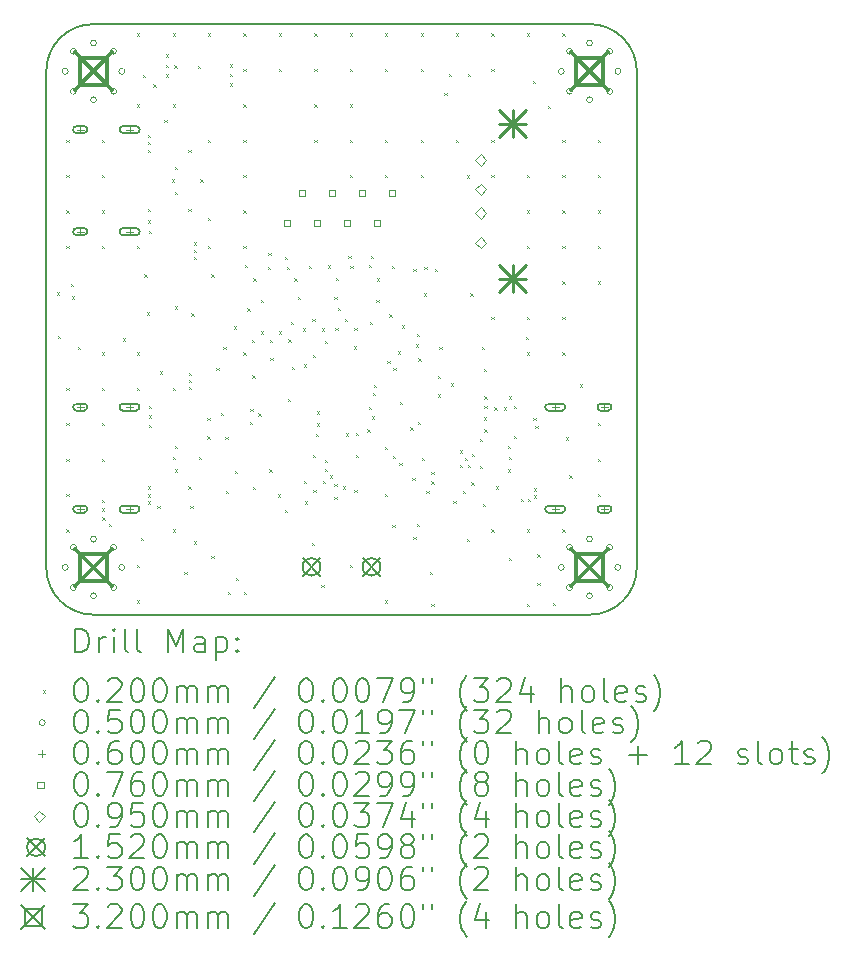
<source format=gbr>
%TF.GenerationSoftware,KiCad,Pcbnew,(6.0.9)*%
%TF.CreationDate,2022-11-24T22:06:11+01:00*%
%TF.ProjectId,latte,6c617474-652e-46b6-9963-61645f706362,rev?*%
%TF.SameCoordinates,Original*%
%TF.FileFunction,Drillmap*%
%TF.FilePolarity,Positive*%
%FSLAX45Y45*%
G04 Gerber Fmt 4.5, Leading zero omitted, Abs format (unit mm)*
G04 Created by KiCad (PCBNEW (6.0.9)) date 2022-11-24 22:06:11*
%MOMM*%
%LPD*%
G01*
G04 APERTURE LIST*
%ADD10C,0.200000*%
%ADD11C,0.020000*%
%ADD12C,0.050000*%
%ADD13C,0.060000*%
%ADD14C,0.076000*%
%ADD15C,0.095000*%
%ADD16C,0.152000*%
%ADD17C,0.230000*%
%ADD18C,0.320000*%
G04 APERTURE END LIST*
D10*
X15821000Y-12100000D02*
G75*
G03*
X16221000Y-11700000I0J400000D01*
G01*
X11621000Y-7100000D02*
G75*
G03*
X11221000Y-7500000I0J-400000D01*
G01*
X15821000Y-12100000D02*
X11621000Y-12100000D01*
X16221000Y-7500000D02*
X16221000Y-11700000D01*
X11221000Y-11700000D02*
G75*
G03*
X11621000Y-12100000I400000J0D01*
G01*
X11221000Y-7500000D02*
X11221000Y-11700000D01*
X16221000Y-7500000D02*
G75*
G03*
X15821000Y-7100000I-400000J0D01*
G01*
X15821000Y-7100000D02*
X11621000Y-7100000D01*
D11*
X11310000Y-9370000D02*
X11330000Y-9390000D01*
X11330000Y-9370000D02*
X11310000Y-9390000D01*
X11320000Y-9740000D02*
X11340000Y-9760000D01*
X11340000Y-9740000D02*
X11320000Y-9760000D01*
X11390000Y-8078094D02*
X11410000Y-8098094D01*
X11410000Y-8078094D02*
X11390000Y-8098094D01*
X11390000Y-8378094D02*
X11410000Y-8398094D01*
X11410000Y-8378094D02*
X11390000Y-8398094D01*
X11390000Y-8678094D02*
X11410000Y-8698094D01*
X11410000Y-8678094D02*
X11390000Y-8698094D01*
X11390000Y-8978094D02*
X11410000Y-8998094D01*
X11410000Y-8978094D02*
X11390000Y-8998094D01*
X11390000Y-10178094D02*
X11410000Y-10198094D01*
X11410000Y-10178094D02*
X11390000Y-10198094D01*
X11390000Y-10478094D02*
X11410000Y-10498094D01*
X11410000Y-10478094D02*
X11390000Y-10498094D01*
X11390000Y-10778094D02*
X11410000Y-10798094D01*
X11410000Y-10778094D02*
X11390000Y-10798094D01*
X11390000Y-11078094D02*
X11410000Y-11098094D01*
X11410000Y-11078094D02*
X11390000Y-11098094D01*
X11390000Y-11378094D02*
X11410000Y-11398094D01*
X11410000Y-11378094D02*
X11390000Y-11398094D01*
X11430000Y-9300000D02*
X11450000Y-9320000D01*
X11450000Y-9300000D02*
X11430000Y-9320000D01*
X11435000Y-9405000D02*
X11455000Y-9425000D01*
X11455000Y-9405000D02*
X11435000Y-9425000D01*
X11490000Y-9830000D02*
X11510000Y-9850000D01*
X11510000Y-9830000D02*
X11490000Y-9850000D01*
X11690000Y-8078094D02*
X11710000Y-8098094D01*
X11710000Y-8078094D02*
X11690000Y-8098094D01*
X11690000Y-8378094D02*
X11710000Y-8398094D01*
X11710000Y-8378094D02*
X11690000Y-8398094D01*
X11690000Y-8678094D02*
X11710000Y-8698094D01*
X11710000Y-8678094D02*
X11690000Y-8698094D01*
X11690000Y-8978094D02*
X11710000Y-8998094D01*
X11710000Y-8978094D02*
X11690000Y-8998094D01*
X11690000Y-9878094D02*
X11710000Y-9898094D01*
X11710000Y-9878094D02*
X11690000Y-9898094D01*
X11690000Y-10178094D02*
X11710000Y-10198094D01*
X11710000Y-10178094D02*
X11690000Y-10198094D01*
X11690000Y-10478094D02*
X11710000Y-10498094D01*
X11710000Y-10478094D02*
X11690000Y-10498094D01*
X11690000Y-10778094D02*
X11710000Y-10798094D01*
X11710000Y-10778094D02*
X11690000Y-10798094D01*
X11690000Y-11130000D02*
X11710000Y-11150000D01*
X11710000Y-11130000D02*
X11690000Y-11150000D01*
X11690000Y-11200000D02*
X11710000Y-11220000D01*
X11710000Y-11200000D02*
X11690000Y-11220000D01*
X11695000Y-11275000D02*
X11715000Y-11295000D01*
X11715000Y-11275000D02*
X11695000Y-11295000D01*
X11750000Y-11330000D02*
X11770000Y-11350000D01*
X11770000Y-11330000D02*
X11750000Y-11350000D01*
X11870000Y-9760000D02*
X11890000Y-9780000D01*
X11890000Y-9760000D02*
X11870000Y-9780000D01*
X11990000Y-7178094D02*
X12010000Y-7198094D01*
X12010000Y-7178094D02*
X11990000Y-7198094D01*
X11990000Y-7778094D02*
X12010000Y-7798094D01*
X12010000Y-7778094D02*
X11990000Y-7798094D01*
X11990000Y-8978094D02*
X12010000Y-8998094D01*
X12010000Y-8978094D02*
X11990000Y-8998094D01*
X11990000Y-9878094D02*
X12010000Y-9898094D01*
X12010000Y-9878094D02*
X11990000Y-9898094D01*
X11990000Y-10178094D02*
X12010000Y-10198094D01*
X12010000Y-10178094D02*
X11990000Y-10198094D01*
X11990000Y-11678094D02*
X12010000Y-11698094D01*
X12010000Y-11678094D02*
X11990000Y-11698094D01*
X11990000Y-11978094D02*
X12010000Y-11998094D01*
X12010000Y-11978094D02*
X11990000Y-11998094D01*
X12020000Y-11450000D02*
X12040000Y-11470000D01*
X12040000Y-11450000D02*
X12020000Y-11470000D01*
X12036250Y-7530000D02*
X12056250Y-7550000D01*
X12056250Y-7530000D02*
X12036250Y-7550000D01*
X12050000Y-9220000D02*
X12070000Y-9240000D01*
X12070000Y-9220000D02*
X12050000Y-9240000D01*
X12070000Y-9540000D02*
X12090000Y-9560000D01*
X12090000Y-9540000D02*
X12070000Y-9560000D01*
X12079733Y-11014233D02*
X12099733Y-11034233D01*
X12099733Y-11014233D02*
X12079733Y-11034233D01*
X12079733Y-11080267D02*
X12099733Y-11100267D01*
X12099733Y-11080267D02*
X12079733Y-11100267D01*
X12079733Y-11139733D02*
X12099733Y-11159733D01*
X12099733Y-11139733D02*
X12079733Y-11159733D01*
X12081087Y-8038913D02*
X12101087Y-8058913D01*
X12101087Y-8038913D02*
X12081087Y-8058913D01*
X12081087Y-8098913D02*
X12101087Y-8118913D01*
X12101087Y-8098913D02*
X12081087Y-8118913D01*
X12081087Y-8164413D02*
X12101087Y-8184413D01*
X12101087Y-8164413D02*
X12081087Y-8184413D01*
X12081755Y-8666256D02*
X12101755Y-8686256D01*
X12101755Y-8666256D02*
X12081755Y-8686256D01*
X12081755Y-8761604D02*
X12101755Y-8781604D01*
X12101755Y-8761604D02*
X12081755Y-8781604D01*
X12088500Y-10411500D02*
X12108500Y-10431500D01*
X12108500Y-10411500D02*
X12088500Y-10431500D01*
X12088500Y-10491500D02*
X12108500Y-10511500D01*
X12108500Y-10491500D02*
X12088500Y-10511500D01*
X12090000Y-10330000D02*
X12110000Y-10350000D01*
X12110000Y-10330000D02*
X12090000Y-10350000D01*
X12091945Y-8848055D02*
X12111945Y-8868055D01*
X12111945Y-8848055D02*
X12091945Y-8868055D01*
X12126250Y-7610000D02*
X12146250Y-7630000D01*
X12146250Y-7610000D02*
X12126250Y-7630000D01*
X12160000Y-11180000D02*
X12180000Y-11200000D01*
X12180000Y-11180000D02*
X12160000Y-11200000D01*
X12180000Y-10040000D02*
X12200000Y-10060000D01*
X12200000Y-10040000D02*
X12180000Y-10060000D01*
X12220000Y-7910000D02*
X12240000Y-7930000D01*
X12240000Y-7910000D02*
X12220000Y-7930000D01*
X12231250Y-7355000D02*
X12251250Y-7375000D01*
X12251250Y-7355000D02*
X12231250Y-7375000D01*
X12231250Y-7445000D02*
X12251250Y-7465000D01*
X12251250Y-7445000D02*
X12231250Y-7465000D01*
X12231250Y-7525000D02*
X12251250Y-7545000D01*
X12251250Y-7525000D02*
X12231250Y-7545000D01*
X12286392Y-8414384D02*
X12306392Y-8434384D01*
X12306392Y-8414384D02*
X12286392Y-8434384D01*
X12290000Y-7178094D02*
X12310000Y-7198094D01*
X12310000Y-7178094D02*
X12290000Y-7198094D01*
X12290000Y-7778094D02*
X12310000Y-7798094D01*
X12310000Y-7778094D02*
X12290000Y-7798094D01*
X12290000Y-10178094D02*
X12310000Y-10198094D01*
X12310000Y-10178094D02*
X12290000Y-10198094D01*
X12290000Y-11378094D02*
X12310000Y-11398094D01*
X12310000Y-11378094D02*
X12290000Y-11398094D01*
X12295000Y-10765000D02*
X12315000Y-10785000D01*
X12315000Y-10765000D02*
X12295000Y-10785000D01*
X12306250Y-7450000D02*
X12326250Y-7470000D01*
X12326250Y-7450000D02*
X12306250Y-7470000D01*
X12309787Y-8518230D02*
X12329787Y-8538230D01*
X12329787Y-8518230D02*
X12309787Y-8538230D01*
X12310000Y-8310000D02*
X12330000Y-8330000D01*
X12330000Y-8310000D02*
X12310000Y-8330000D01*
X12310000Y-9490000D02*
X12330000Y-9510000D01*
X12330000Y-9490000D02*
X12310000Y-9510000D01*
X12310000Y-10670000D02*
X12330000Y-10690000D01*
X12330000Y-10670000D02*
X12310000Y-10690000D01*
X12310000Y-10870000D02*
X12330000Y-10890000D01*
X12330000Y-10870000D02*
X12310000Y-10890000D01*
X12390000Y-11740000D02*
X12410000Y-11760000D01*
X12410000Y-11740000D02*
X12390000Y-11760000D01*
X12425000Y-8165000D02*
X12445000Y-8185000D01*
X12445000Y-8165000D02*
X12425000Y-8185000D01*
X12425000Y-8665000D02*
X12445000Y-8685000D01*
X12445000Y-8665000D02*
X12425000Y-8685000D01*
X12425000Y-11015000D02*
X12445000Y-11035000D01*
X12445000Y-11015000D02*
X12425000Y-11035000D01*
X12430000Y-10050000D02*
X12450000Y-10070000D01*
X12450000Y-10050000D02*
X12430000Y-10070000D01*
X12430000Y-10110000D02*
X12450000Y-10130000D01*
X12450000Y-10110000D02*
X12430000Y-10130000D01*
X12430000Y-10170000D02*
X12450000Y-10190000D01*
X12450000Y-10170000D02*
X12430000Y-10190000D01*
X12440000Y-11180000D02*
X12460000Y-11200000D01*
X12460000Y-11180000D02*
X12440000Y-11200000D01*
X12450000Y-9550000D02*
X12470000Y-9570000D01*
X12470000Y-9550000D02*
X12450000Y-9570000D01*
X12470000Y-11480000D02*
X12490000Y-11500000D01*
X12490000Y-11480000D02*
X12470000Y-11500000D01*
X12471000Y-8949000D02*
X12491000Y-8969000D01*
X12491000Y-8949000D02*
X12471000Y-8969000D01*
X12471000Y-9009000D02*
X12491000Y-9029000D01*
X12491000Y-9009000D02*
X12471000Y-9029000D01*
X12471000Y-9069000D02*
X12491000Y-9089000D01*
X12491000Y-9069000D02*
X12471000Y-9089000D01*
X12502673Y-7451881D02*
X12522673Y-7471881D01*
X12522673Y-7451881D02*
X12502673Y-7471881D01*
X12515000Y-10765000D02*
X12535000Y-10785000D01*
X12535000Y-10765000D02*
X12515000Y-10785000D01*
X12525000Y-8415000D02*
X12545000Y-8435000D01*
X12545000Y-8415000D02*
X12525000Y-8435000D01*
X12585000Y-10435000D02*
X12605000Y-10455000D01*
X12605000Y-10435000D02*
X12585000Y-10455000D01*
X12585000Y-10590000D02*
X12605000Y-10610000D01*
X12605000Y-10590000D02*
X12585000Y-10610000D01*
X12590000Y-7178094D02*
X12610000Y-7198094D01*
X12610000Y-7178094D02*
X12590000Y-7198094D01*
X12590000Y-8078094D02*
X12610000Y-8098094D01*
X12610000Y-8078094D02*
X12590000Y-8098094D01*
X12590000Y-8740000D02*
X12610000Y-8760000D01*
X12610000Y-8740000D02*
X12590000Y-8760000D01*
X12590000Y-8978094D02*
X12610000Y-8998094D01*
X12610000Y-8978094D02*
X12590000Y-8998094D01*
X12620000Y-9220000D02*
X12640000Y-9240000D01*
X12640000Y-9220000D02*
X12620000Y-9240000D01*
X12620000Y-11600000D02*
X12640000Y-11620000D01*
X12640000Y-11600000D02*
X12620000Y-11620000D01*
X12660000Y-10010000D02*
X12680000Y-10030000D01*
X12680000Y-10010000D02*
X12660000Y-10030000D01*
X12700000Y-10390000D02*
X12720000Y-10410000D01*
X12720000Y-10390000D02*
X12700000Y-10410000D01*
X12720000Y-9830000D02*
X12740000Y-9850000D01*
X12740000Y-9830000D02*
X12720000Y-9850000D01*
X12737500Y-10592500D02*
X12757500Y-10612500D01*
X12757500Y-10592500D02*
X12737500Y-10612500D01*
X12739500Y-11050500D02*
X12759500Y-11070500D01*
X12759500Y-11050500D02*
X12739500Y-11070500D01*
X12756461Y-11904097D02*
X12776461Y-11924097D01*
X12776461Y-11904097D02*
X12756461Y-11924097D01*
X12776250Y-7440000D02*
X12796250Y-7460000D01*
X12796250Y-7440000D02*
X12776250Y-7460000D01*
X12776250Y-7520000D02*
X12796250Y-7540000D01*
X12796250Y-7520000D02*
X12776250Y-7540000D01*
X12776250Y-7600000D02*
X12796250Y-7620000D01*
X12796250Y-7600000D02*
X12776250Y-7620000D01*
X12810000Y-9660000D02*
X12830000Y-9680000D01*
X12830000Y-9660000D02*
X12810000Y-9680000D01*
X12820000Y-10880000D02*
X12840000Y-10900000D01*
X12840000Y-10880000D02*
X12820000Y-10900000D01*
X12825404Y-11787521D02*
X12845404Y-11807521D01*
X12845404Y-11787521D02*
X12825404Y-11807521D01*
X12890000Y-7178094D02*
X12910000Y-7198094D01*
X12910000Y-7178094D02*
X12890000Y-7198094D01*
X12890000Y-7478094D02*
X12910000Y-7498094D01*
X12910000Y-7478094D02*
X12890000Y-7498094D01*
X12890000Y-7778094D02*
X12910000Y-7798094D01*
X12910000Y-7778094D02*
X12890000Y-7798094D01*
X12890000Y-8078094D02*
X12910000Y-8098094D01*
X12910000Y-8078094D02*
X12890000Y-8098094D01*
X12890000Y-8378094D02*
X12910000Y-8398094D01*
X12910000Y-8378094D02*
X12890000Y-8398094D01*
X12890000Y-8678094D02*
X12910000Y-8698094D01*
X12910000Y-8678094D02*
X12890000Y-8698094D01*
X12890000Y-8978094D02*
X12910000Y-8998094D01*
X12910000Y-8978094D02*
X12890000Y-8998094D01*
X12890000Y-9878094D02*
X12910000Y-9898094D01*
X12910000Y-9878094D02*
X12890000Y-9898094D01*
X12896436Y-11905351D02*
X12916436Y-11925351D01*
X12916436Y-11905351D02*
X12896436Y-11925351D01*
X12902879Y-9135937D02*
X12922879Y-9155937D01*
X12922879Y-9135937D02*
X12902879Y-9155937D01*
X12924713Y-9505069D02*
X12944713Y-9525069D01*
X12944713Y-9505069D02*
X12924713Y-9525069D01*
X12945000Y-10470000D02*
X12965000Y-10490000D01*
X12965000Y-10470000D02*
X12945000Y-10490000D01*
X12950000Y-10355000D02*
X12970000Y-10375000D01*
X12970000Y-10355000D02*
X12950000Y-10375000D01*
X12960000Y-9775000D02*
X12980000Y-9795000D01*
X12980000Y-9775000D02*
X12960000Y-9795000D01*
X12965000Y-10075000D02*
X12985000Y-10095000D01*
X12985000Y-10075000D02*
X12965000Y-10095000D01*
X12970000Y-11020000D02*
X12990000Y-11040000D01*
X12990000Y-11020000D02*
X12970000Y-11040000D01*
X12973151Y-9252194D02*
X12993151Y-9272194D01*
X12993151Y-9252194D02*
X12973151Y-9272194D01*
X13018036Y-10395510D02*
X13038036Y-10415510D01*
X13038036Y-10395510D02*
X13018036Y-10415510D01*
X13035124Y-9432412D02*
X13055124Y-9452412D01*
X13055124Y-9432412D02*
X13035124Y-9452412D01*
X13040000Y-9700000D02*
X13060000Y-9720000D01*
X13060000Y-9700000D02*
X13040000Y-9720000D01*
X13095000Y-9155000D02*
X13115000Y-9175000D01*
X13115000Y-9155000D02*
X13095000Y-9175000D01*
X13100000Y-9037550D02*
X13120000Y-9057550D01*
X13120000Y-9037550D02*
X13100000Y-9057550D01*
X13110000Y-10870000D02*
X13130000Y-10890000D01*
X13130000Y-10870000D02*
X13110000Y-10890000D01*
X13115000Y-9775000D02*
X13135000Y-9795000D01*
X13135000Y-9775000D02*
X13115000Y-9795000D01*
X13117500Y-9927500D02*
X13137500Y-9947500D01*
X13137500Y-9927500D02*
X13117500Y-9947500D01*
X13180000Y-11080000D02*
X13200000Y-11100000D01*
X13200000Y-11080000D02*
X13180000Y-11100000D01*
X13190000Y-7178094D02*
X13210000Y-7198094D01*
X13210000Y-7178094D02*
X13190000Y-7198094D01*
X13190000Y-7478094D02*
X13210000Y-7498094D01*
X13210000Y-7478094D02*
X13190000Y-7498094D01*
X13190000Y-9700000D02*
X13210000Y-9720000D01*
X13210000Y-9700000D02*
X13190000Y-9720000D01*
X13240000Y-9070000D02*
X13260000Y-9090000D01*
X13260000Y-9070000D02*
X13240000Y-9090000D01*
X13240000Y-11210000D02*
X13260000Y-11230000D01*
X13260000Y-11210000D02*
X13240000Y-11230000D01*
X13260000Y-9155000D02*
X13280000Y-9175000D01*
X13280000Y-9155000D02*
X13260000Y-9175000D01*
X13267500Y-10275000D02*
X13287500Y-10295000D01*
X13287500Y-10275000D02*
X13267500Y-10295000D01*
X13270000Y-9770000D02*
X13290000Y-9790000D01*
X13290000Y-9770000D02*
X13270000Y-9790000D01*
X13290000Y-9620000D02*
X13310000Y-9640000D01*
X13310000Y-9620000D02*
X13290000Y-9640000D01*
X13300000Y-10000000D02*
X13320000Y-10020000D01*
X13320000Y-10000000D02*
X13300000Y-10020000D01*
X13322190Y-9252194D02*
X13342190Y-9272194D01*
X13342190Y-9252194D02*
X13322190Y-9272194D01*
X13350000Y-9410000D02*
X13370000Y-9430000D01*
X13370000Y-9410000D02*
X13350000Y-9430000D01*
X13395000Y-9675000D02*
X13415000Y-9695000D01*
X13415000Y-9675000D02*
X13395000Y-9695000D01*
X13400000Y-9980000D02*
X13420000Y-10000000D01*
X13420000Y-9980000D02*
X13400000Y-10000000D01*
X13404197Y-10966674D02*
X13424197Y-10986674D01*
X13424197Y-10966674D02*
X13404197Y-10986674D01*
X13410000Y-11140000D02*
X13430000Y-11160000D01*
X13430000Y-11140000D02*
X13410000Y-11160000D01*
X13445000Y-9145000D02*
X13465000Y-9165000D01*
X13465000Y-9145000D02*
X13445000Y-9165000D01*
X13470000Y-11490000D02*
X13490000Y-11510000D01*
X13490000Y-11490000D02*
X13470000Y-11510000D01*
X13475000Y-9595000D02*
X13495000Y-9615000D01*
X13495000Y-9595000D02*
X13475000Y-9615000D01*
X13480000Y-9900000D02*
X13500000Y-9920000D01*
X13500000Y-9900000D02*
X13480000Y-9920000D01*
X13480000Y-10745000D02*
X13500000Y-10765000D01*
X13500000Y-10745000D02*
X13480000Y-10765000D01*
X13481860Y-11045326D02*
X13501860Y-11065326D01*
X13501860Y-11045326D02*
X13481860Y-11065326D01*
X13490000Y-7178094D02*
X13510000Y-7198094D01*
X13510000Y-7178094D02*
X13490000Y-7198094D01*
X13490000Y-7478094D02*
X13510000Y-7498094D01*
X13510000Y-7478094D02*
X13490000Y-7498094D01*
X13490000Y-7778094D02*
X13510000Y-7798094D01*
X13510000Y-7778094D02*
X13490000Y-7798094D01*
X13490000Y-8078094D02*
X13510000Y-8098094D01*
X13510000Y-8078094D02*
X13490000Y-8098094D01*
X13505000Y-10570000D02*
X13525000Y-10590000D01*
X13525000Y-10570000D02*
X13505000Y-10590000D01*
X13510000Y-10380000D02*
X13530000Y-10400000D01*
X13530000Y-10380000D02*
X13510000Y-10400000D01*
X13510000Y-10480000D02*
X13530000Y-10500000D01*
X13530000Y-10480000D02*
X13510000Y-10500000D01*
X13550000Y-11850000D02*
X13570000Y-11870000D01*
X13570000Y-11850000D02*
X13550000Y-11870000D01*
X13555000Y-9675000D02*
X13575000Y-9695000D01*
X13575000Y-9675000D02*
X13555000Y-9695000D01*
X13560000Y-10965000D02*
X13580000Y-10985000D01*
X13580000Y-10965000D02*
X13560000Y-10985000D01*
X13580000Y-9780000D02*
X13600000Y-9800000D01*
X13600000Y-9780000D02*
X13580000Y-9800000D01*
X13580000Y-10790000D02*
X13600000Y-10810000D01*
X13600000Y-10790000D02*
X13580000Y-10810000D01*
X13581248Y-10864953D02*
X13601248Y-10884953D01*
X13601248Y-10864953D02*
X13581248Y-10884953D01*
X13605111Y-9142467D02*
X13625111Y-9162467D01*
X13625111Y-9142467D02*
X13605111Y-9162467D01*
X13622981Y-10921091D02*
X13642981Y-10941091D01*
X13642981Y-10921091D02*
X13622981Y-10941091D01*
X13660000Y-9410000D02*
X13680000Y-9430000D01*
X13680000Y-9410000D02*
X13660000Y-9430000D01*
X13660000Y-10990000D02*
X13680000Y-11010000D01*
X13680000Y-10990000D02*
X13660000Y-11010000D01*
X13660000Y-11100000D02*
X13680000Y-11120000D01*
X13680000Y-11100000D02*
X13660000Y-11120000D01*
X13670000Y-9670000D02*
X13690000Y-9690000D01*
X13690000Y-9670000D02*
X13670000Y-9690000D01*
X13674077Y-9250769D02*
X13694077Y-9270769D01*
X13694077Y-9250769D02*
X13674077Y-9270769D01*
X13690000Y-9500000D02*
X13710000Y-9520000D01*
X13710000Y-9500000D02*
X13690000Y-9520000D01*
X13730000Y-11015000D02*
X13750000Y-11035000D01*
X13750000Y-11015000D02*
X13730000Y-11035000D01*
X13750000Y-9595000D02*
X13770000Y-9615000D01*
X13770000Y-9595000D02*
X13750000Y-9615000D01*
X13755000Y-10565000D02*
X13775000Y-10585000D01*
X13775000Y-10565000D02*
X13755000Y-10585000D01*
X13780000Y-9060000D02*
X13800000Y-9080000D01*
X13800000Y-9060000D02*
X13780000Y-9080000D01*
X13790000Y-7178094D02*
X13810000Y-7198094D01*
X13810000Y-7178094D02*
X13790000Y-7198094D01*
X13790000Y-7478094D02*
X13810000Y-7498094D01*
X13810000Y-7478094D02*
X13790000Y-7498094D01*
X13790000Y-7778094D02*
X13810000Y-7798094D01*
X13810000Y-7778094D02*
X13790000Y-7798094D01*
X13790000Y-8078094D02*
X13810000Y-8098094D01*
X13810000Y-8078094D02*
X13790000Y-8098094D01*
X13790000Y-8378094D02*
X13810000Y-8398094D01*
X13810000Y-8378094D02*
X13790000Y-8398094D01*
X13790000Y-11678094D02*
X13810000Y-11698094D01*
X13810000Y-11678094D02*
X13790000Y-11698094D01*
X13795000Y-9145000D02*
X13815000Y-9165000D01*
X13815000Y-9145000D02*
X13795000Y-9165000D01*
X13827500Y-9827500D02*
X13847500Y-9847500D01*
X13847500Y-9827500D02*
X13827500Y-9847500D01*
X13830000Y-9670000D02*
X13850000Y-9690000D01*
X13850000Y-9670000D02*
X13830000Y-9690000D01*
X13830000Y-11045000D02*
X13850000Y-11065000D01*
X13850000Y-11045000D02*
X13830000Y-11065000D01*
X13840000Y-10560000D02*
X13860000Y-10580000D01*
X13860000Y-10560000D02*
X13840000Y-10580000D01*
X13840000Y-10745000D02*
X13860000Y-10765000D01*
X13860000Y-10745000D02*
X13840000Y-10765000D01*
X13940000Y-10530000D02*
X13960000Y-10550000D01*
X13960000Y-10530000D02*
X13940000Y-10550000D01*
X13950000Y-10340000D02*
X13970000Y-10360000D01*
X13970000Y-10340000D02*
X13950000Y-10360000D01*
X13954743Y-9138311D02*
X13974743Y-9158311D01*
X13974743Y-9138311D02*
X13954743Y-9158311D01*
X13960000Y-9620000D02*
X13980000Y-9640000D01*
X13980000Y-9620000D02*
X13960000Y-9640000D01*
X13970794Y-9059617D02*
X13990794Y-9079617D01*
X13990794Y-9059617D02*
X13970794Y-9079617D01*
X13980000Y-10420000D02*
X14000000Y-10440000D01*
X14000000Y-10420000D02*
X13980000Y-10440000D01*
X13985448Y-10221578D02*
X14005448Y-10241578D01*
X14005448Y-10221578D02*
X13985448Y-10241578D01*
X13995596Y-10152367D02*
X14015596Y-10172367D01*
X14015596Y-10152367D02*
X13995596Y-10172367D01*
X14015000Y-9435000D02*
X14035000Y-9455000D01*
X14035000Y-9435000D02*
X14015000Y-9455000D01*
X14020266Y-9252194D02*
X14040266Y-9272194D01*
X14040266Y-9252194D02*
X14020266Y-9272194D01*
X14090000Y-7178094D02*
X14110000Y-7198094D01*
X14110000Y-7178094D02*
X14090000Y-7198094D01*
X14090000Y-7478094D02*
X14110000Y-7498094D01*
X14110000Y-7478094D02*
X14090000Y-7498094D01*
X14090000Y-8078094D02*
X14110000Y-8098094D01*
X14110000Y-8078094D02*
X14090000Y-8098094D01*
X14090000Y-8378094D02*
X14110000Y-8398094D01*
X14110000Y-8378094D02*
X14090000Y-8398094D01*
X14090000Y-10680000D02*
X14110000Y-10700000D01*
X14110000Y-10680000D02*
X14090000Y-10700000D01*
X14090000Y-11078094D02*
X14110000Y-11098094D01*
X14110000Y-11078094D02*
X14090000Y-11098094D01*
X14090000Y-11978094D02*
X14110000Y-11998094D01*
X14110000Y-11978094D02*
X14090000Y-11998094D01*
X14110000Y-9950000D02*
X14130000Y-9970000D01*
X14130000Y-9950000D02*
X14110000Y-9970000D01*
X14124266Y-9556356D02*
X14144266Y-9576356D01*
X14144266Y-9556356D02*
X14124266Y-9576356D01*
X14145000Y-9145000D02*
X14165000Y-9165000D01*
X14165000Y-9145000D02*
X14145000Y-9165000D01*
X14150000Y-11340000D02*
X14170000Y-11360000D01*
X14170000Y-11340000D02*
X14150000Y-11360000D01*
X14153986Y-10752755D02*
X14173986Y-10772755D01*
X14173986Y-10752755D02*
X14153986Y-10772755D01*
X14160000Y-10010000D02*
X14180000Y-10030000D01*
X14180000Y-10010000D02*
X14160000Y-10030000D01*
X14200000Y-9870000D02*
X14220000Y-9890000D01*
X14220000Y-9870000D02*
X14200000Y-9890000D01*
X14210000Y-10815000D02*
X14230000Y-10835000D01*
X14230000Y-10815000D02*
X14210000Y-10835000D01*
X14216185Y-10298646D02*
X14236185Y-10318646D01*
X14236185Y-10298646D02*
X14216185Y-10318646D01*
X14230000Y-9650000D02*
X14250000Y-9670000D01*
X14250000Y-9650000D02*
X14230000Y-9670000D01*
X14305000Y-10515000D02*
X14325000Y-10535000D01*
X14325000Y-10515000D02*
X14305000Y-10535000D01*
X14320000Y-10940000D02*
X14340000Y-10960000D01*
X14340000Y-10940000D02*
X14320000Y-10960000D01*
X14330000Y-9170000D02*
X14350000Y-9190000D01*
X14350000Y-9170000D02*
X14330000Y-9190000D01*
X14330000Y-11440000D02*
X14350000Y-11460000D01*
X14350000Y-11440000D02*
X14330000Y-11460000D01*
X14350000Y-9810000D02*
X14370000Y-9830000D01*
X14370000Y-9810000D02*
X14350000Y-9830000D01*
X14360000Y-9720000D02*
X14380000Y-9740000D01*
X14380000Y-9720000D02*
X14360000Y-9740000D01*
X14360000Y-11330000D02*
X14380000Y-11350000D01*
X14380000Y-11330000D02*
X14360000Y-11350000D01*
X14366123Y-10469040D02*
X14386123Y-10489040D01*
X14386123Y-10469040D02*
X14366123Y-10489040D01*
X14370000Y-9930000D02*
X14390000Y-9950000D01*
X14390000Y-9930000D02*
X14370000Y-9950000D01*
X14390000Y-7178094D02*
X14410000Y-7198094D01*
X14410000Y-7178094D02*
X14390000Y-7198094D01*
X14390000Y-7478094D02*
X14410000Y-7498094D01*
X14410000Y-7478094D02*
X14390000Y-7498094D01*
X14390000Y-8078094D02*
X14410000Y-8098094D01*
X14410000Y-8078094D02*
X14390000Y-8098094D01*
X14390000Y-8378094D02*
X14410000Y-8398094D01*
X14410000Y-8378094D02*
X14390000Y-8398094D01*
X14400000Y-10770000D02*
X14420000Y-10790000D01*
X14420000Y-10770000D02*
X14400000Y-10790000D01*
X14420000Y-9380000D02*
X14440000Y-9400000D01*
X14440000Y-9380000D02*
X14420000Y-9400000D01*
X14421234Y-9152357D02*
X14441234Y-9172357D01*
X14441234Y-9152357D02*
X14421234Y-9172357D01*
X14440000Y-11050000D02*
X14460000Y-11070000D01*
X14460000Y-11050000D02*
X14440000Y-11070000D01*
X14470000Y-11740000D02*
X14490000Y-11760000D01*
X14490000Y-11740000D02*
X14470000Y-11760000D01*
X14480000Y-10890000D02*
X14500000Y-10910000D01*
X14500000Y-10890000D02*
X14480000Y-10910000D01*
X14480000Y-10970000D02*
X14500000Y-10990000D01*
X14500000Y-10970000D02*
X14480000Y-10990000D01*
X14480000Y-12010000D02*
X14500000Y-12030000D01*
X14500000Y-12010000D02*
X14480000Y-12030000D01*
X14510000Y-9170000D02*
X14530000Y-9190000D01*
X14530000Y-9170000D02*
X14510000Y-9190000D01*
X14534534Y-10078046D02*
X14554534Y-10098046D01*
X14554534Y-10078046D02*
X14534534Y-10098046D01*
X14535936Y-10234162D02*
X14555936Y-10254162D01*
X14555936Y-10234162D02*
X14535936Y-10254162D01*
X14550000Y-9830000D02*
X14570000Y-9850000D01*
X14570000Y-9830000D02*
X14550000Y-9850000D01*
X14590000Y-7680000D02*
X14610000Y-7700000D01*
X14610000Y-7680000D02*
X14590000Y-7700000D01*
X14630000Y-7520000D02*
X14650000Y-7540000D01*
X14650000Y-7520000D02*
X14630000Y-7540000D01*
X14645000Y-10140000D02*
X14665000Y-10160000D01*
X14665000Y-10140000D02*
X14645000Y-10160000D01*
X14668345Y-11136811D02*
X14688345Y-11156811D01*
X14688345Y-11136811D02*
X14668345Y-11156811D01*
X14690000Y-7178094D02*
X14710000Y-7198094D01*
X14710000Y-7178094D02*
X14690000Y-7198094D01*
X14690000Y-8078094D02*
X14710000Y-8098094D01*
X14710000Y-8078094D02*
X14690000Y-8098094D01*
X14722500Y-10710000D02*
X14742500Y-10730000D01*
X14742500Y-10710000D02*
X14722500Y-10730000D01*
X14723064Y-10830564D02*
X14743064Y-10850564D01*
X14743064Y-10830564D02*
X14723064Y-10850564D01*
X14749653Y-11050656D02*
X14769653Y-11070656D01*
X14769653Y-11050656D02*
X14749653Y-11070656D01*
X14762500Y-10770000D02*
X14782500Y-10790000D01*
X14782500Y-10770000D02*
X14762500Y-10790000D01*
X14780000Y-8380000D02*
X14800000Y-8400000D01*
X14800000Y-8380000D02*
X14780000Y-8400000D01*
X14780000Y-11460000D02*
X14800000Y-11480000D01*
X14800000Y-11460000D02*
X14780000Y-11480000D01*
X14790000Y-7520000D02*
X14810000Y-7540000D01*
X14810000Y-7520000D02*
X14790000Y-7540000D01*
X14791250Y-10831250D02*
X14811250Y-10851250D01*
X14811250Y-10831250D02*
X14791250Y-10851250D01*
X14810000Y-9380000D02*
X14830000Y-9400000D01*
X14830000Y-9380000D02*
X14810000Y-9400000D01*
X14820000Y-10980000D02*
X14840000Y-11000000D01*
X14840000Y-10980000D02*
X14820000Y-11000000D01*
X14822500Y-10740000D02*
X14842500Y-10760000D01*
X14842500Y-10740000D02*
X14822500Y-10760000D01*
X14890000Y-10610000D02*
X14910000Y-10630000D01*
X14910000Y-10610000D02*
X14890000Y-10630000D01*
X14890000Y-10842501D02*
X14910000Y-10862501D01*
X14910000Y-10842501D02*
X14890000Y-10862501D01*
X14910000Y-9830000D02*
X14930000Y-9850000D01*
X14930000Y-9830000D02*
X14910000Y-9850000D01*
X14920000Y-11160000D02*
X14940000Y-11180000D01*
X14940000Y-11160000D02*
X14920000Y-11180000D01*
X14927114Y-10019680D02*
X14947114Y-10039680D01*
X14947114Y-10019680D02*
X14927114Y-10039680D01*
X14928055Y-10430763D02*
X14948055Y-10450763D01*
X14948055Y-10430763D02*
X14928055Y-10450763D01*
X14930000Y-10250000D02*
X14950000Y-10270000D01*
X14950000Y-10250000D02*
X14930000Y-10270000D01*
X14930000Y-10330000D02*
X14950000Y-10350000D01*
X14950000Y-10330000D02*
X14930000Y-10350000D01*
X14930000Y-10530000D02*
X14950000Y-10550000D01*
X14950000Y-10530000D02*
X14930000Y-10550000D01*
X14990000Y-7178094D02*
X15010000Y-7198094D01*
X15010000Y-7178094D02*
X14990000Y-7198094D01*
X14990000Y-7478094D02*
X15010000Y-7498094D01*
X15010000Y-7478094D02*
X14990000Y-7498094D01*
X14990000Y-8078094D02*
X15010000Y-8098094D01*
X15010000Y-8078094D02*
X14990000Y-8098094D01*
X14990000Y-8378094D02*
X15010000Y-8398094D01*
X15010000Y-8378094D02*
X14990000Y-8398094D01*
X14990000Y-9578094D02*
X15010000Y-9598094D01*
X15010000Y-9578094D02*
X14990000Y-9598094D01*
X14990000Y-11378094D02*
X15010000Y-11398094D01*
X15010000Y-11378094D02*
X14990000Y-11398094D01*
X15015000Y-10345000D02*
X15035000Y-10365000D01*
X15035000Y-10345000D02*
X15015000Y-10365000D01*
X15025000Y-11015000D02*
X15045000Y-11035000D01*
X15045000Y-11015000D02*
X15025000Y-11035000D01*
X15095000Y-10345000D02*
X15115000Y-10365000D01*
X15115000Y-10345000D02*
X15095000Y-10365000D01*
X15130000Y-10670000D02*
X15150000Y-10690000D01*
X15150000Y-10670000D02*
X15130000Y-10690000D01*
X15130000Y-10870000D02*
X15150000Y-10890000D01*
X15150000Y-10870000D02*
X15130000Y-10890000D01*
X15140000Y-10250000D02*
X15160000Y-10270000D01*
X15160000Y-10250000D02*
X15140000Y-10270000D01*
X15140000Y-10765000D02*
X15160000Y-10785000D01*
X15160000Y-10765000D02*
X15140000Y-10785000D01*
X15140000Y-11620000D02*
X15160000Y-11640000D01*
X15160000Y-11620000D02*
X15140000Y-11640000D01*
X15180000Y-10330000D02*
X15200000Y-10350000D01*
X15200000Y-10330000D02*
X15180000Y-10350000D01*
X15180374Y-10583790D02*
X15200374Y-10603790D01*
X15200374Y-10583790D02*
X15180374Y-10603790D01*
X15240000Y-11120000D02*
X15260000Y-11140000D01*
X15260000Y-11120000D02*
X15240000Y-11140000D01*
X15280000Y-9750000D02*
X15300000Y-9770000D01*
X15300000Y-9750000D02*
X15280000Y-9770000D01*
X15290000Y-7178094D02*
X15310000Y-7198094D01*
X15310000Y-7178094D02*
X15290000Y-7198094D01*
X15290000Y-8378094D02*
X15310000Y-8398094D01*
X15310000Y-8378094D02*
X15290000Y-8398094D01*
X15290000Y-8678094D02*
X15310000Y-8698094D01*
X15310000Y-8678094D02*
X15290000Y-8698094D01*
X15290000Y-8978094D02*
X15310000Y-8998094D01*
X15310000Y-8978094D02*
X15290000Y-8998094D01*
X15290000Y-9578094D02*
X15310000Y-9598094D01*
X15310000Y-9578094D02*
X15290000Y-9598094D01*
X15290000Y-9878094D02*
X15310000Y-9898094D01*
X15310000Y-9878094D02*
X15290000Y-9898094D01*
X15290000Y-11378094D02*
X15310000Y-11398094D01*
X15310000Y-11378094D02*
X15290000Y-11398094D01*
X15290000Y-12010000D02*
X15310000Y-12030000D01*
X15310000Y-12010000D02*
X15290000Y-12030000D01*
X15300000Y-11120000D02*
X15320000Y-11140000D01*
X15320000Y-11120000D02*
X15300000Y-11140000D01*
X15340000Y-7580000D02*
X15360000Y-7600000D01*
X15360000Y-7580000D02*
X15340000Y-7600000D01*
X15345000Y-10435000D02*
X15365000Y-10455000D01*
X15365000Y-10435000D02*
X15345000Y-10455000D01*
X15350000Y-11030000D02*
X15370000Y-11050000D01*
X15370000Y-11030000D02*
X15350000Y-11050000D01*
X15350000Y-11090000D02*
X15370000Y-11110000D01*
X15370000Y-11090000D02*
X15350000Y-11110000D01*
X15360500Y-10500500D02*
X15380500Y-10520500D01*
X15380500Y-10500500D02*
X15360500Y-10520500D01*
X15380000Y-11590000D02*
X15400000Y-11610000D01*
X15400000Y-11590000D02*
X15380000Y-11610000D01*
X15380000Y-11830000D02*
X15400000Y-11850000D01*
X15400000Y-11830000D02*
X15380000Y-11850000D01*
X15470000Y-7790000D02*
X15490000Y-7810000D01*
X15490000Y-7790000D02*
X15470000Y-7810000D01*
X15510000Y-12000000D02*
X15530000Y-12020000D01*
X15530000Y-12000000D02*
X15510000Y-12020000D01*
X15590000Y-7178094D02*
X15610000Y-7198094D01*
X15610000Y-7178094D02*
X15590000Y-7198094D01*
X15590000Y-8078094D02*
X15610000Y-8098094D01*
X15610000Y-8078094D02*
X15590000Y-8098094D01*
X15590000Y-8378094D02*
X15610000Y-8398094D01*
X15610000Y-8378094D02*
X15590000Y-8398094D01*
X15590000Y-8678094D02*
X15610000Y-8698094D01*
X15610000Y-8678094D02*
X15590000Y-8698094D01*
X15590000Y-8978094D02*
X15610000Y-8998094D01*
X15610000Y-8978094D02*
X15590000Y-8998094D01*
X15590000Y-9278094D02*
X15610000Y-9298094D01*
X15610000Y-9278094D02*
X15590000Y-9298094D01*
X15590000Y-9578094D02*
X15610000Y-9598094D01*
X15610000Y-9578094D02*
X15590000Y-9598094D01*
X15590000Y-9878094D02*
X15610000Y-9898094D01*
X15610000Y-9878094D02*
X15590000Y-9898094D01*
X15590000Y-11378094D02*
X15610000Y-11398094D01*
X15610000Y-11378094D02*
X15590000Y-11398094D01*
X15620000Y-10600000D02*
X15640000Y-10620000D01*
X15640000Y-10600000D02*
X15620000Y-10620000D01*
X15650000Y-10920000D02*
X15670000Y-10940000D01*
X15670000Y-10920000D02*
X15650000Y-10940000D01*
X15740000Y-10150000D02*
X15760000Y-10170000D01*
X15760000Y-10150000D02*
X15740000Y-10170000D01*
X15890000Y-8078094D02*
X15910000Y-8098094D01*
X15910000Y-8078094D02*
X15890000Y-8098094D01*
X15890000Y-8378094D02*
X15910000Y-8398094D01*
X15910000Y-8378094D02*
X15890000Y-8398094D01*
X15890000Y-8678094D02*
X15910000Y-8698094D01*
X15910000Y-8678094D02*
X15890000Y-8698094D01*
X15890000Y-8978094D02*
X15910000Y-8998094D01*
X15910000Y-8978094D02*
X15890000Y-8998094D01*
X15890000Y-9278094D02*
X15910000Y-9298094D01*
X15910000Y-9278094D02*
X15890000Y-9298094D01*
X15890000Y-10478094D02*
X15910000Y-10498094D01*
X15910000Y-10478094D02*
X15890000Y-10498094D01*
X15890000Y-10778094D02*
X15910000Y-10798094D01*
X15910000Y-10778094D02*
X15890000Y-10798094D01*
X15890000Y-11078094D02*
X15910000Y-11098094D01*
X15910000Y-11078094D02*
X15890000Y-11098094D01*
D12*
X11406000Y-7500000D02*
G75*
G03*
X11406000Y-7500000I-25000J0D01*
G01*
X11406000Y-11700000D02*
G75*
G03*
X11406000Y-11700000I-25000J0D01*
G01*
X11476294Y-7330294D02*
G75*
G03*
X11476294Y-7330294I-25000J0D01*
G01*
X11476294Y-7669706D02*
G75*
G03*
X11476294Y-7669706I-25000J0D01*
G01*
X11476294Y-11530294D02*
G75*
G03*
X11476294Y-11530294I-25000J0D01*
G01*
X11476294Y-11869706D02*
G75*
G03*
X11476294Y-11869706I-25000J0D01*
G01*
X11646000Y-7260000D02*
G75*
G03*
X11646000Y-7260000I-25000J0D01*
G01*
X11646000Y-7740000D02*
G75*
G03*
X11646000Y-7740000I-25000J0D01*
G01*
X11646000Y-11460000D02*
G75*
G03*
X11646000Y-11460000I-25000J0D01*
G01*
X11646000Y-11940000D02*
G75*
G03*
X11646000Y-11940000I-25000J0D01*
G01*
X11815706Y-7330294D02*
G75*
G03*
X11815706Y-7330294I-25000J0D01*
G01*
X11815706Y-7669706D02*
G75*
G03*
X11815706Y-7669706I-25000J0D01*
G01*
X11815706Y-11530294D02*
G75*
G03*
X11815706Y-11530294I-25000J0D01*
G01*
X11815706Y-11869706D02*
G75*
G03*
X11815706Y-11869706I-25000J0D01*
G01*
X11886000Y-7500000D02*
G75*
G03*
X11886000Y-7500000I-25000J0D01*
G01*
X11886000Y-11700000D02*
G75*
G03*
X11886000Y-11700000I-25000J0D01*
G01*
X15606000Y-7500000D02*
G75*
G03*
X15606000Y-7500000I-25000J0D01*
G01*
X15606000Y-11700000D02*
G75*
G03*
X15606000Y-11700000I-25000J0D01*
G01*
X15676294Y-7330294D02*
G75*
G03*
X15676294Y-7330294I-25000J0D01*
G01*
X15676294Y-7669706D02*
G75*
G03*
X15676294Y-7669706I-25000J0D01*
G01*
X15676294Y-11530294D02*
G75*
G03*
X15676294Y-11530294I-25000J0D01*
G01*
X15676294Y-11869706D02*
G75*
G03*
X15676294Y-11869706I-25000J0D01*
G01*
X15846000Y-7260000D02*
G75*
G03*
X15846000Y-7260000I-25000J0D01*
G01*
X15846000Y-7740000D02*
G75*
G03*
X15846000Y-7740000I-25000J0D01*
G01*
X15846000Y-11460000D02*
G75*
G03*
X15846000Y-11460000I-25000J0D01*
G01*
X15846000Y-11940000D02*
G75*
G03*
X15846000Y-11940000I-25000J0D01*
G01*
X16015706Y-7330294D02*
G75*
G03*
X16015706Y-7330294I-25000J0D01*
G01*
X16015706Y-7669706D02*
G75*
G03*
X16015706Y-7669706I-25000J0D01*
G01*
X16015706Y-11530294D02*
G75*
G03*
X16015706Y-11530294I-25000J0D01*
G01*
X16015706Y-11869706D02*
G75*
G03*
X16015706Y-11869706I-25000J0D01*
G01*
X16086000Y-7500000D02*
G75*
G03*
X16086000Y-7500000I-25000J0D01*
G01*
X16086000Y-11700000D02*
G75*
G03*
X16086000Y-11700000I-25000J0D01*
G01*
D13*
X11508500Y-7963000D02*
X11508500Y-8023000D01*
X11478500Y-7993000D02*
X11538500Y-7993000D01*
D10*
X11538500Y-7963000D02*
X11478500Y-7963000D01*
X11538500Y-8023000D02*
X11478500Y-8023000D01*
X11478500Y-7963000D02*
G75*
G03*
X11478500Y-8023000I0J-30000D01*
G01*
X11538500Y-8023000D02*
G75*
G03*
X11538500Y-7963000I0J30000D01*
G01*
D13*
X11508500Y-8827000D02*
X11508500Y-8887000D01*
X11478500Y-8857000D02*
X11538500Y-8857000D01*
D10*
X11538500Y-8827000D02*
X11478500Y-8827000D01*
X11538500Y-8887000D02*
X11478500Y-8887000D01*
X11478500Y-8827000D02*
G75*
G03*
X11478500Y-8887000I0J-30000D01*
G01*
X11538500Y-8887000D02*
G75*
G03*
X11538500Y-8827000I0J30000D01*
G01*
D13*
X11508500Y-10313000D02*
X11508500Y-10373000D01*
X11478500Y-10343000D02*
X11538500Y-10343000D01*
D10*
X11538500Y-10313000D02*
X11478500Y-10313000D01*
X11538500Y-10373000D02*
X11478500Y-10373000D01*
X11478500Y-10313000D02*
G75*
G03*
X11478500Y-10373000I0J-30000D01*
G01*
X11538500Y-10373000D02*
G75*
G03*
X11538500Y-10313000I0J30000D01*
G01*
D13*
X11508500Y-11177000D02*
X11508500Y-11237000D01*
X11478500Y-11207000D02*
X11538500Y-11207000D01*
D10*
X11538500Y-11177000D02*
X11478500Y-11177000D01*
X11538500Y-11237000D02*
X11478500Y-11237000D01*
X11478500Y-11177000D02*
G75*
G03*
X11478500Y-11237000I0J-30000D01*
G01*
X11538500Y-11237000D02*
G75*
G03*
X11538500Y-11177000I0J30000D01*
G01*
D13*
X11926500Y-7963000D02*
X11926500Y-8023000D01*
X11896500Y-7993000D02*
X11956500Y-7993000D01*
D10*
X11981500Y-7963000D02*
X11871500Y-7963000D01*
X11981500Y-8023000D02*
X11871500Y-8023000D01*
X11871500Y-7963000D02*
G75*
G03*
X11871500Y-8023000I0J-30000D01*
G01*
X11981500Y-8023000D02*
G75*
G03*
X11981500Y-7963000I0J30000D01*
G01*
D13*
X11926500Y-8827000D02*
X11926500Y-8887000D01*
X11896500Y-8857000D02*
X11956500Y-8857000D01*
D10*
X11981500Y-8827000D02*
X11871500Y-8827000D01*
X11981500Y-8887000D02*
X11871500Y-8887000D01*
X11871500Y-8827000D02*
G75*
G03*
X11871500Y-8887000I0J-30000D01*
G01*
X11981500Y-8887000D02*
G75*
G03*
X11981500Y-8827000I0J30000D01*
G01*
D13*
X11926500Y-10313000D02*
X11926500Y-10373000D01*
X11896500Y-10343000D02*
X11956500Y-10343000D01*
D10*
X11981500Y-10313000D02*
X11871500Y-10313000D01*
X11981500Y-10373000D02*
X11871500Y-10373000D01*
X11871500Y-10313000D02*
G75*
G03*
X11871500Y-10373000I0J-30000D01*
G01*
X11981500Y-10373000D02*
G75*
G03*
X11981500Y-10313000I0J30000D01*
G01*
D13*
X11926500Y-11177000D02*
X11926500Y-11237000D01*
X11896500Y-11207000D02*
X11956500Y-11207000D01*
D10*
X11981500Y-11177000D02*
X11871500Y-11177000D01*
X11981500Y-11237000D02*
X11871500Y-11237000D01*
X11871500Y-11177000D02*
G75*
G03*
X11871500Y-11237000I0J-30000D01*
G01*
X11981500Y-11237000D02*
G75*
G03*
X11981500Y-11177000I0J30000D01*
G01*
D13*
X15529500Y-10313000D02*
X15529500Y-10373000D01*
X15499500Y-10343000D02*
X15559500Y-10343000D01*
D10*
X15474500Y-10373000D02*
X15584500Y-10373000D01*
X15474500Y-10313000D02*
X15584500Y-10313000D01*
X15584500Y-10373000D02*
G75*
G03*
X15584500Y-10313000I0J30000D01*
G01*
X15474500Y-10313000D02*
G75*
G03*
X15474500Y-10373000I0J-30000D01*
G01*
D13*
X15529500Y-11177000D02*
X15529500Y-11237000D01*
X15499500Y-11207000D02*
X15559500Y-11207000D01*
D10*
X15474500Y-11237000D02*
X15584500Y-11237000D01*
X15474500Y-11177000D02*
X15584500Y-11177000D01*
X15584500Y-11237000D02*
G75*
G03*
X15584500Y-11177000I0J30000D01*
G01*
X15474500Y-11177000D02*
G75*
G03*
X15474500Y-11237000I0J-30000D01*
G01*
D13*
X15947500Y-10313000D02*
X15947500Y-10373000D01*
X15917500Y-10343000D02*
X15977500Y-10343000D01*
D10*
X15917500Y-10373000D02*
X15977500Y-10373000D01*
X15917500Y-10313000D02*
X15977500Y-10313000D01*
X15977500Y-10373000D02*
G75*
G03*
X15977500Y-10313000I0J30000D01*
G01*
X15917500Y-10313000D02*
G75*
G03*
X15917500Y-10373000I0J-30000D01*
G01*
D13*
X15947500Y-11177000D02*
X15947500Y-11237000D01*
X15917500Y-11207000D02*
X15977500Y-11207000D01*
D10*
X15917500Y-11237000D02*
X15977500Y-11237000D01*
X15917500Y-11177000D02*
X15977500Y-11177000D01*
X15977500Y-11237000D02*
G75*
G03*
X15977500Y-11177000I0J30000D01*
G01*
X15917500Y-11177000D02*
G75*
G03*
X15917500Y-11237000I0J-30000D01*
G01*
D14*
X13287120Y-8810870D02*
X13287120Y-8757130D01*
X13233380Y-8757130D01*
X13233380Y-8810870D01*
X13287120Y-8810870D01*
X13414120Y-8556870D02*
X13414120Y-8503130D01*
X13360380Y-8503130D01*
X13360380Y-8556870D01*
X13414120Y-8556870D01*
X13541120Y-8810870D02*
X13541120Y-8757130D01*
X13487380Y-8757130D01*
X13487380Y-8810870D01*
X13541120Y-8810870D01*
X13668120Y-8556870D02*
X13668120Y-8503130D01*
X13614380Y-8503130D01*
X13614380Y-8556870D01*
X13668120Y-8556870D01*
X13795120Y-8810870D02*
X13795120Y-8757130D01*
X13741380Y-8757130D01*
X13741380Y-8810870D01*
X13795120Y-8810870D01*
X13922120Y-8556870D02*
X13922120Y-8503130D01*
X13868380Y-8503130D01*
X13868380Y-8556870D01*
X13922120Y-8556870D01*
X14049120Y-8810870D02*
X14049120Y-8757130D01*
X13995380Y-8757130D01*
X13995380Y-8810870D01*
X14049120Y-8810870D01*
X14176120Y-8556870D02*
X14176120Y-8503130D01*
X14122380Y-8503130D01*
X14122380Y-8556870D01*
X14176120Y-8556870D01*
D15*
X14900000Y-8297500D02*
X14947500Y-8250000D01*
X14900000Y-8202500D01*
X14852500Y-8250000D01*
X14900000Y-8297500D01*
X14900000Y-8547500D02*
X14947500Y-8500000D01*
X14900000Y-8452500D01*
X14852500Y-8500000D01*
X14900000Y-8547500D01*
X14900000Y-8747500D02*
X14947500Y-8700000D01*
X14900000Y-8652500D01*
X14852500Y-8700000D01*
X14900000Y-8747500D01*
X14900000Y-8997500D02*
X14947500Y-8950000D01*
X14900000Y-8902500D01*
X14852500Y-8950000D01*
X14900000Y-8997500D01*
D16*
X13391000Y-11619000D02*
X13543000Y-11771000D01*
X13543000Y-11619000D02*
X13391000Y-11771000D01*
X13543000Y-11695000D02*
G75*
G03*
X13543000Y-11695000I-76000J0D01*
G01*
X13899000Y-11619000D02*
X14051000Y-11771000D01*
X14051000Y-11619000D02*
X13899000Y-11771000D01*
X14051000Y-11695000D02*
G75*
G03*
X14051000Y-11695000I-76000J0D01*
G01*
D17*
X15056000Y-7828000D02*
X15286000Y-8058000D01*
X15286000Y-7828000D02*
X15056000Y-8058000D01*
X15171000Y-7828000D02*
X15171000Y-8058000D01*
X15056000Y-7943000D02*
X15286000Y-7943000D01*
X15056000Y-9142000D02*
X15286000Y-9372000D01*
X15286000Y-9142000D02*
X15056000Y-9372000D01*
X15171000Y-9142000D02*
X15171000Y-9372000D01*
X15056000Y-9257000D02*
X15286000Y-9257000D01*
D18*
X11461000Y-7340000D02*
X11781000Y-7660000D01*
X11781000Y-7340000D02*
X11461000Y-7660000D01*
X11734138Y-7613138D02*
X11734138Y-7386862D01*
X11507862Y-7386862D01*
X11507862Y-7613138D01*
X11734138Y-7613138D01*
X11461000Y-11540000D02*
X11781000Y-11860000D01*
X11781000Y-11540000D02*
X11461000Y-11860000D01*
X11734138Y-11813138D02*
X11734138Y-11586862D01*
X11507862Y-11586862D01*
X11507862Y-11813138D01*
X11734138Y-11813138D01*
X15661000Y-7340000D02*
X15981000Y-7660000D01*
X15981000Y-7340000D02*
X15661000Y-7660000D01*
X15934138Y-7613138D02*
X15934138Y-7386862D01*
X15707862Y-7386862D01*
X15707862Y-7613138D01*
X15934138Y-7613138D01*
X15661000Y-11540000D02*
X15981000Y-11860000D01*
X15981000Y-11540000D02*
X15661000Y-11860000D01*
X15934138Y-11813138D02*
X15934138Y-11586862D01*
X15707862Y-11586862D01*
X15707862Y-11813138D01*
X15934138Y-11813138D01*
D10*
X11468619Y-12420476D02*
X11468619Y-12220476D01*
X11516238Y-12220476D01*
X11544809Y-12230000D01*
X11563857Y-12249048D01*
X11573381Y-12268095D01*
X11582905Y-12306190D01*
X11582905Y-12334762D01*
X11573381Y-12372857D01*
X11563857Y-12391905D01*
X11544809Y-12410952D01*
X11516238Y-12420476D01*
X11468619Y-12420476D01*
X11668619Y-12420476D02*
X11668619Y-12287143D01*
X11668619Y-12325238D02*
X11678143Y-12306190D01*
X11687667Y-12296667D01*
X11706714Y-12287143D01*
X11725762Y-12287143D01*
X11792428Y-12420476D02*
X11792428Y-12287143D01*
X11792428Y-12220476D02*
X11782905Y-12230000D01*
X11792428Y-12239524D01*
X11801952Y-12230000D01*
X11792428Y-12220476D01*
X11792428Y-12239524D01*
X11916238Y-12420476D02*
X11897190Y-12410952D01*
X11887667Y-12391905D01*
X11887667Y-12220476D01*
X12021000Y-12420476D02*
X12001952Y-12410952D01*
X11992428Y-12391905D01*
X11992428Y-12220476D01*
X12249571Y-12420476D02*
X12249571Y-12220476D01*
X12316238Y-12363333D01*
X12382905Y-12220476D01*
X12382905Y-12420476D01*
X12563857Y-12420476D02*
X12563857Y-12315714D01*
X12554333Y-12296667D01*
X12535286Y-12287143D01*
X12497190Y-12287143D01*
X12478143Y-12296667D01*
X12563857Y-12410952D02*
X12544809Y-12420476D01*
X12497190Y-12420476D01*
X12478143Y-12410952D01*
X12468619Y-12391905D01*
X12468619Y-12372857D01*
X12478143Y-12353809D01*
X12497190Y-12344286D01*
X12544809Y-12344286D01*
X12563857Y-12334762D01*
X12659095Y-12287143D02*
X12659095Y-12487143D01*
X12659095Y-12296667D02*
X12678143Y-12287143D01*
X12716238Y-12287143D01*
X12735286Y-12296667D01*
X12744809Y-12306190D01*
X12754333Y-12325238D01*
X12754333Y-12382381D01*
X12744809Y-12401428D01*
X12735286Y-12410952D01*
X12716238Y-12420476D01*
X12678143Y-12420476D01*
X12659095Y-12410952D01*
X12840048Y-12401428D02*
X12849571Y-12410952D01*
X12840048Y-12420476D01*
X12830524Y-12410952D01*
X12840048Y-12401428D01*
X12840048Y-12420476D01*
X12840048Y-12296667D02*
X12849571Y-12306190D01*
X12840048Y-12315714D01*
X12830524Y-12306190D01*
X12840048Y-12296667D01*
X12840048Y-12315714D01*
D11*
X11191000Y-12740000D02*
X11211000Y-12760000D01*
X11211000Y-12740000D02*
X11191000Y-12760000D01*
D10*
X11506714Y-12640476D02*
X11525762Y-12640476D01*
X11544809Y-12650000D01*
X11554333Y-12659524D01*
X11563857Y-12678571D01*
X11573381Y-12716667D01*
X11573381Y-12764286D01*
X11563857Y-12802381D01*
X11554333Y-12821428D01*
X11544809Y-12830952D01*
X11525762Y-12840476D01*
X11506714Y-12840476D01*
X11487667Y-12830952D01*
X11478143Y-12821428D01*
X11468619Y-12802381D01*
X11459095Y-12764286D01*
X11459095Y-12716667D01*
X11468619Y-12678571D01*
X11478143Y-12659524D01*
X11487667Y-12650000D01*
X11506714Y-12640476D01*
X11659095Y-12821428D02*
X11668619Y-12830952D01*
X11659095Y-12840476D01*
X11649571Y-12830952D01*
X11659095Y-12821428D01*
X11659095Y-12840476D01*
X11744809Y-12659524D02*
X11754333Y-12650000D01*
X11773381Y-12640476D01*
X11821000Y-12640476D01*
X11840048Y-12650000D01*
X11849571Y-12659524D01*
X11859095Y-12678571D01*
X11859095Y-12697619D01*
X11849571Y-12726190D01*
X11735286Y-12840476D01*
X11859095Y-12840476D01*
X11982905Y-12640476D02*
X12001952Y-12640476D01*
X12021000Y-12650000D01*
X12030524Y-12659524D01*
X12040048Y-12678571D01*
X12049571Y-12716667D01*
X12049571Y-12764286D01*
X12040048Y-12802381D01*
X12030524Y-12821428D01*
X12021000Y-12830952D01*
X12001952Y-12840476D01*
X11982905Y-12840476D01*
X11963857Y-12830952D01*
X11954333Y-12821428D01*
X11944809Y-12802381D01*
X11935286Y-12764286D01*
X11935286Y-12716667D01*
X11944809Y-12678571D01*
X11954333Y-12659524D01*
X11963857Y-12650000D01*
X11982905Y-12640476D01*
X12173381Y-12640476D02*
X12192428Y-12640476D01*
X12211476Y-12650000D01*
X12221000Y-12659524D01*
X12230524Y-12678571D01*
X12240048Y-12716667D01*
X12240048Y-12764286D01*
X12230524Y-12802381D01*
X12221000Y-12821428D01*
X12211476Y-12830952D01*
X12192428Y-12840476D01*
X12173381Y-12840476D01*
X12154333Y-12830952D01*
X12144809Y-12821428D01*
X12135286Y-12802381D01*
X12125762Y-12764286D01*
X12125762Y-12716667D01*
X12135286Y-12678571D01*
X12144809Y-12659524D01*
X12154333Y-12650000D01*
X12173381Y-12640476D01*
X12325762Y-12840476D02*
X12325762Y-12707143D01*
X12325762Y-12726190D02*
X12335286Y-12716667D01*
X12354333Y-12707143D01*
X12382905Y-12707143D01*
X12401952Y-12716667D01*
X12411476Y-12735714D01*
X12411476Y-12840476D01*
X12411476Y-12735714D02*
X12421000Y-12716667D01*
X12440048Y-12707143D01*
X12468619Y-12707143D01*
X12487667Y-12716667D01*
X12497190Y-12735714D01*
X12497190Y-12840476D01*
X12592428Y-12840476D02*
X12592428Y-12707143D01*
X12592428Y-12726190D02*
X12601952Y-12716667D01*
X12621000Y-12707143D01*
X12649571Y-12707143D01*
X12668619Y-12716667D01*
X12678143Y-12735714D01*
X12678143Y-12840476D01*
X12678143Y-12735714D02*
X12687667Y-12716667D01*
X12706714Y-12707143D01*
X12735286Y-12707143D01*
X12754333Y-12716667D01*
X12763857Y-12735714D01*
X12763857Y-12840476D01*
X13154333Y-12630952D02*
X12982905Y-12888095D01*
X13411476Y-12640476D02*
X13430524Y-12640476D01*
X13449571Y-12650000D01*
X13459095Y-12659524D01*
X13468619Y-12678571D01*
X13478143Y-12716667D01*
X13478143Y-12764286D01*
X13468619Y-12802381D01*
X13459095Y-12821428D01*
X13449571Y-12830952D01*
X13430524Y-12840476D01*
X13411476Y-12840476D01*
X13392428Y-12830952D01*
X13382905Y-12821428D01*
X13373381Y-12802381D01*
X13363857Y-12764286D01*
X13363857Y-12716667D01*
X13373381Y-12678571D01*
X13382905Y-12659524D01*
X13392428Y-12650000D01*
X13411476Y-12640476D01*
X13563857Y-12821428D02*
X13573381Y-12830952D01*
X13563857Y-12840476D01*
X13554333Y-12830952D01*
X13563857Y-12821428D01*
X13563857Y-12840476D01*
X13697190Y-12640476D02*
X13716238Y-12640476D01*
X13735286Y-12650000D01*
X13744809Y-12659524D01*
X13754333Y-12678571D01*
X13763857Y-12716667D01*
X13763857Y-12764286D01*
X13754333Y-12802381D01*
X13744809Y-12821428D01*
X13735286Y-12830952D01*
X13716238Y-12840476D01*
X13697190Y-12840476D01*
X13678143Y-12830952D01*
X13668619Y-12821428D01*
X13659095Y-12802381D01*
X13649571Y-12764286D01*
X13649571Y-12716667D01*
X13659095Y-12678571D01*
X13668619Y-12659524D01*
X13678143Y-12650000D01*
X13697190Y-12640476D01*
X13887667Y-12640476D02*
X13906714Y-12640476D01*
X13925762Y-12650000D01*
X13935286Y-12659524D01*
X13944809Y-12678571D01*
X13954333Y-12716667D01*
X13954333Y-12764286D01*
X13944809Y-12802381D01*
X13935286Y-12821428D01*
X13925762Y-12830952D01*
X13906714Y-12840476D01*
X13887667Y-12840476D01*
X13868619Y-12830952D01*
X13859095Y-12821428D01*
X13849571Y-12802381D01*
X13840048Y-12764286D01*
X13840048Y-12716667D01*
X13849571Y-12678571D01*
X13859095Y-12659524D01*
X13868619Y-12650000D01*
X13887667Y-12640476D01*
X14021000Y-12640476D02*
X14154333Y-12640476D01*
X14068619Y-12840476D01*
X14240048Y-12840476D02*
X14278143Y-12840476D01*
X14297190Y-12830952D01*
X14306714Y-12821428D01*
X14325762Y-12792857D01*
X14335286Y-12754762D01*
X14335286Y-12678571D01*
X14325762Y-12659524D01*
X14316238Y-12650000D01*
X14297190Y-12640476D01*
X14259095Y-12640476D01*
X14240048Y-12650000D01*
X14230524Y-12659524D01*
X14221000Y-12678571D01*
X14221000Y-12726190D01*
X14230524Y-12745238D01*
X14240048Y-12754762D01*
X14259095Y-12764286D01*
X14297190Y-12764286D01*
X14316238Y-12754762D01*
X14325762Y-12745238D01*
X14335286Y-12726190D01*
X14411476Y-12640476D02*
X14411476Y-12678571D01*
X14487667Y-12640476D02*
X14487667Y-12678571D01*
X14782905Y-12916667D02*
X14773381Y-12907143D01*
X14754333Y-12878571D01*
X14744809Y-12859524D01*
X14735286Y-12830952D01*
X14725762Y-12783333D01*
X14725762Y-12745238D01*
X14735286Y-12697619D01*
X14744809Y-12669048D01*
X14754333Y-12650000D01*
X14773381Y-12621428D01*
X14782905Y-12611905D01*
X14840048Y-12640476D02*
X14963857Y-12640476D01*
X14897190Y-12716667D01*
X14925762Y-12716667D01*
X14944809Y-12726190D01*
X14954333Y-12735714D01*
X14963857Y-12754762D01*
X14963857Y-12802381D01*
X14954333Y-12821428D01*
X14944809Y-12830952D01*
X14925762Y-12840476D01*
X14868619Y-12840476D01*
X14849571Y-12830952D01*
X14840048Y-12821428D01*
X15040048Y-12659524D02*
X15049571Y-12650000D01*
X15068619Y-12640476D01*
X15116238Y-12640476D01*
X15135286Y-12650000D01*
X15144809Y-12659524D01*
X15154333Y-12678571D01*
X15154333Y-12697619D01*
X15144809Y-12726190D01*
X15030524Y-12840476D01*
X15154333Y-12840476D01*
X15325762Y-12707143D02*
X15325762Y-12840476D01*
X15278143Y-12630952D02*
X15230524Y-12773809D01*
X15354333Y-12773809D01*
X15582905Y-12840476D02*
X15582905Y-12640476D01*
X15668619Y-12840476D02*
X15668619Y-12735714D01*
X15659095Y-12716667D01*
X15640048Y-12707143D01*
X15611476Y-12707143D01*
X15592428Y-12716667D01*
X15582905Y-12726190D01*
X15792428Y-12840476D02*
X15773381Y-12830952D01*
X15763857Y-12821428D01*
X15754333Y-12802381D01*
X15754333Y-12745238D01*
X15763857Y-12726190D01*
X15773381Y-12716667D01*
X15792428Y-12707143D01*
X15821000Y-12707143D01*
X15840048Y-12716667D01*
X15849571Y-12726190D01*
X15859095Y-12745238D01*
X15859095Y-12802381D01*
X15849571Y-12821428D01*
X15840048Y-12830952D01*
X15821000Y-12840476D01*
X15792428Y-12840476D01*
X15973381Y-12840476D02*
X15954333Y-12830952D01*
X15944809Y-12811905D01*
X15944809Y-12640476D01*
X16125762Y-12830952D02*
X16106714Y-12840476D01*
X16068619Y-12840476D01*
X16049571Y-12830952D01*
X16040048Y-12811905D01*
X16040048Y-12735714D01*
X16049571Y-12716667D01*
X16068619Y-12707143D01*
X16106714Y-12707143D01*
X16125762Y-12716667D01*
X16135286Y-12735714D01*
X16135286Y-12754762D01*
X16040048Y-12773809D01*
X16211476Y-12830952D02*
X16230524Y-12840476D01*
X16268619Y-12840476D01*
X16287667Y-12830952D01*
X16297190Y-12811905D01*
X16297190Y-12802381D01*
X16287667Y-12783333D01*
X16268619Y-12773809D01*
X16240048Y-12773809D01*
X16221000Y-12764286D01*
X16211476Y-12745238D01*
X16211476Y-12735714D01*
X16221000Y-12716667D01*
X16240048Y-12707143D01*
X16268619Y-12707143D01*
X16287667Y-12716667D01*
X16363857Y-12916667D02*
X16373381Y-12907143D01*
X16392428Y-12878571D01*
X16401952Y-12859524D01*
X16411476Y-12830952D01*
X16421000Y-12783333D01*
X16421000Y-12745238D01*
X16411476Y-12697619D01*
X16401952Y-12669048D01*
X16392428Y-12650000D01*
X16373381Y-12621428D01*
X16363857Y-12611905D01*
D12*
X11211000Y-13014000D02*
G75*
G03*
X11211000Y-13014000I-25000J0D01*
G01*
D10*
X11506714Y-12904476D02*
X11525762Y-12904476D01*
X11544809Y-12914000D01*
X11554333Y-12923524D01*
X11563857Y-12942571D01*
X11573381Y-12980667D01*
X11573381Y-13028286D01*
X11563857Y-13066381D01*
X11554333Y-13085428D01*
X11544809Y-13094952D01*
X11525762Y-13104476D01*
X11506714Y-13104476D01*
X11487667Y-13094952D01*
X11478143Y-13085428D01*
X11468619Y-13066381D01*
X11459095Y-13028286D01*
X11459095Y-12980667D01*
X11468619Y-12942571D01*
X11478143Y-12923524D01*
X11487667Y-12914000D01*
X11506714Y-12904476D01*
X11659095Y-13085428D02*
X11668619Y-13094952D01*
X11659095Y-13104476D01*
X11649571Y-13094952D01*
X11659095Y-13085428D01*
X11659095Y-13104476D01*
X11849571Y-12904476D02*
X11754333Y-12904476D01*
X11744809Y-12999714D01*
X11754333Y-12990190D01*
X11773381Y-12980667D01*
X11821000Y-12980667D01*
X11840048Y-12990190D01*
X11849571Y-12999714D01*
X11859095Y-13018762D01*
X11859095Y-13066381D01*
X11849571Y-13085428D01*
X11840048Y-13094952D01*
X11821000Y-13104476D01*
X11773381Y-13104476D01*
X11754333Y-13094952D01*
X11744809Y-13085428D01*
X11982905Y-12904476D02*
X12001952Y-12904476D01*
X12021000Y-12914000D01*
X12030524Y-12923524D01*
X12040048Y-12942571D01*
X12049571Y-12980667D01*
X12049571Y-13028286D01*
X12040048Y-13066381D01*
X12030524Y-13085428D01*
X12021000Y-13094952D01*
X12001952Y-13104476D01*
X11982905Y-13104476D01*
X11963857Y-13094952D01*
X11954333Y-13085428D01*
X11944809Y-13066381D01*
X11935286Y-13028286D01*
X11935286Y-12980667D01*
X11944809Y-12942571D01*
X11954333Y-12923524D01*
X11963857Y-12914000D01*
X11982905Y-12904476D01*
X12173381Y-12904476D02*
X12192428Y-12904476D01*
X12211476Y-12914000D01*
X12221000Y-12923524D01*
X12230524Y-12942571D01*
X12240048Y-12980667D01*
X12240048Y-13028286D01*
X12230524Y-13066381D01*
X12221000Y-13085428D01*
X12211476Y-13094952D01*
X12192428Y-13104476D01*
X12173381Y-13104476D01*
X12154333Y-13094952D01*
X12144809Y-13085428D01*
X12135286Y-13066381D01*
X12125762Y-13028286D01*
X12125762Y-12980667D01*
X12135286Y-12942571D01*
X12144809Y-12923524D01*
X12154333Y-12914000D01*
X12173381Y-12904476D01*
X12325762Y-13104476D02*
X12325762Y-12971143D01*
X12325762Y-12990190D02*
X12335286Y-12980667D01*
X12354333Y-12971143D01*
X12382905Y-12971143D01*
X12401952Y-12980667D01*
X12411476Y-12999714D01*
X12411476Y-13104476D01*
X12411476Y-12999714D02*
X12421000Y-12980667D01*
X12440048Y-12971143D01*
X12468619Y-12971143D01*
X12487667Y-12980667D01*
X12497190Y-12999714D01*
X12497190Y-13104476D01*
X12592428Y-13104476D02*
X12592428Y-12971143D01*
X12592428Y-12990190D02*
X12601952Y-12980667D01*
X12621000Y-12971143D01*
X12649571Y-12971143D01*
X12668619Y-12980667D01*
X12678143Y-12999714D01*
X12678143Y-13104476D01*
X12678143Y-12999714D02*
X12687667Y-12980667D01*
X12706714Y-12971143D01*
X12735286Y-12971143D01*
X12754333Y-12980667D01*
X12763857Y-12999714D01*
X12763857Y-13104476D01*
X13154333Y-12894952D02*
X12982905Y-13152095D01*
X13411476Y-12904476D02*
X13430524Y-12904476D01*
X13449571Y-12914000D01*
X13459095Y-12923524D01*
X13468619Y-12942571D01*
X13478143Y-12980667D01*
X13478143Y-13028286D01*
X13468619Y-13066381D01*
X13459095Y-13085428D01*
X13449571Y-13094952D01*
X13430524Y-13104476D01*
X13411476Y-13104476D01*
X13392428Y-13094952D01*
X13382905Y-13085428D01*
X13373381Y-13066381D01*
X13363857Y-13028286D01*
X13363857Y-12980667D01*
X13373381Y-12942571D01*
X13382905Y-12923524D01*
X13392428Y-12914000D01*
X13411476Y-12904476D01*
X13563857Y-13085428D02*
X13573381Y-13094952D01*
X13563857Y-13104476D01*
X13554333Y-13094952D01*
X13563857Y-13085428D01*
X13563857Y-13104476D01*
X13697190Y-12904476D02*
X13716238Y-12904476D01*
X13735286Y-12914000D01*
X13744809Y-12923524D01*
X13754333Y-12942571D01*
X13763857Y-12980667D01*
X13763857Y-13028286D01*
X13754333Y-13066381D01*
X13744809Y-13085428D01*
X13735286Y-13094952D01*
X13716238Y-13104476D01*
X13697190Y-13104476D01*
X13678143Y-13094952D01*
X13668619Y-13085428D01*
X13659095Y-13066381D01*
X13649571Y-13028286D01*
X13649571Y-12980667D01*
X13659095Y-12942571D01*
X13668619Y-12923524D01*
X13678143Y-12914000D01*
X13697190Y-12904476D01*
X13954333Y-13104476D02*
X13840048Y-13104476D01*
X13897190Y-13104476D02*
X13897190Y-12904476D01*
X13878143Y-12933048D01*
X13859095Y-12952095D01*
X13840048Y-12961619D01*
X14049571Y-13104476D02*
X14087667Y-13104476D01*
X14106714Y-13094952D01*
X14116238Y-13085428D01*
X14135286Y-13056857D01*
X14144809Y-13018762D01*
X14144809Y-12942571D01*
X14135286Y-12923524D01*
X14125762Y-12914000D01*
X14106714Y-12904476D01*
X14068619Y-12904476D01*
X14049571Y-12914000D01*
X14040048Y-12923524D01*
X14030524Y-12942571D01*
X14030524Y-12990190D01*
X14040048Y-13009238D01*
X14049571Y-13018762D01*
X14068619Y-13028286D01*
X14106714Y-13028286D01*
X14125762Y-13018762D01*
X14135286Y-13009238D01*
X14144809Y-12990190D01*
X14211476Y-12904476D02*
X14344809Y-12904476D01*
X14259095Y-13104476D01*
X14411476Y-12904476D02*
X14411476Y-12942571D01*
X14487667Y-12904476D02*
X14487667Y-12942571D01*
X14782905Y-13180667D02*
X14773381Y-13171143D01*
X14754333Y-13142571D01*
X14744809Y-13123524D01*
X14735286Y-13094952D01*
X14725762Y-13047333D01*
X14725762Y-13009238D01*
X14735286Y-12961619D01*
X14744809Y-12933048D01*
X14754333Y-12914000D01*
X14773381Y-12885428D01*
X14782905Y-12875905D01*
X14840048Y-12904476D02*
X14963857Y-12904476D01*
X14897190Y-12980667D01*
X14925762Y-12980667D01*
X14944809Y-12990190D01*
X14954333Y-12999714D01*
X14963857Y-13018762D01*
X14963857Y-13066381D01*
X14954333Y-13085428D01*
X14944809Y-13094952D01*
X14925762Y-13104476D01*
X14868619Y-13104476D01*
X14849571Y-13094952D01*
X14840048Y-13085428D01*
X15040048Y-12923524D02*
X15049571Y-12914000D01*
X15068619Y-12904476D01*
X15116238Y-12904476D01*
X15135286Y-12914000D01*
X15144809Y-12923524D01*
X15154333Y-12942571D01*
X15154333Y-12961619D01*
X15144809Y-12990190D01*
X15030524Y-13104476D01*
X15154333Y-13104476D01*
X15392428Y-13104476D02*
X15392428Y-12904476D01*
X15478143Y-13104476D02*
X15478143Y-12999714D01*
X15468619Y-12980667D01*
X15449571Y-12971143D01*
X15421000Y-12971143D01*
X15401952Y-12980667D01*
X15392428Y-12990190D01*
X15601952Y-13104476D02*
X15582905Y-13094952D01*
X15573381Y-13085428D01*
X15563857Y-13066381D01*
X15563857Y-13009238D01*
X15573381Y-12990190D01*
X15582905Y-12980667D01*
X15601952Y-12971143D01*
X15630524Y-12971143D01*
X15649571Y-12980667D01*
X15659095Y-12990190D01*
X15668619Y-13009238D01*
X15668619Y-13066381D01*
X15659095Y-13085428D01*
X15649571Y-13094952D01*
X15630524Y-13104476D01*
X15601952Y-13104476D01*
X15782905Y-13104476D02*
X15763857Y-13094952D01*
X15754333Y-13075905D01*
X15754333Y-12904476D01*
X15935286Y-13094952D02*
X15916238Y-13104476D01*
X15878143Y-13104476D01*
X15859095Y-13094952D01*
X15849571Y-13075905D01*
X15849571Y-12999714D01*
X15859095Y-12980667D01*
X15878143Y-12971143D01*
X15916238Y-12971143D01*
X15935286Y-12980667D01*
X15944809Y-12999714D01*
X15944809Y-13018762D01*
X15849571Y-13037809D01*
X16021000Y-13094952D02*
X16040048Y-13104476D01*
X16078143Y-13104476D01*
X16097190Y-13094952D01*
X16106714Y-13075905D01*
X16106714Y-13066381D01*
X16097190Y-13047333D01*
X16078143Y-13037809D01*
X16049571Y-13037809D01*
X16030524Y-13028286D01*
X16021000Y-13009238D01*
X16021000Y-12999714D01*
X16030524Y-12980667D01*
X16049571Y-12971143D01*
X16078143Y-12971143D01*
X16097190Y-12980667D01*
X16173381Y-13180667D02*
X16182905Y-13171143D01*
X16201952Y-13142571D01*
X16211476Y-13123524D01*
X16221000Y-13094952D01*
X16230524Y-13047333D01*
X16230524Y-13009238D01*
X16221000Y-12961619D01*
X16211476Y-12933048D01*
X16201952Y-12914000D01*
X16182905Y-12885428D01*
X16173381Y-12875905D01*
D13*
X11181000Y-13248000D02*
X11181000Y-13308000D01*
X11151000Y-13278000D02*
X11211000Y-13278000D01*
D10*
X11506714Y-13168476D02*
X11525762Y-13168476D01*
X11544809Y-13178000D01*
X11554333Y-13187524D01*
X11563857Y-13206571D01*
X11573381Y-13244667D01*
X11573381Y-13292286D01*
X11563857Y-13330381D01*
X11554333Y-13349428D01*
X11544809Y-13358952D01*
X11525762Y-13368476D01*
X11506714Y-13368476D01*
X11487667Y-13358952D01*
X11478143Y-13349428D01*
X11468619Y-13330381D01*
X11459095Y-13292286D01*
X11459095Y-13244667D01*
X11468619Y-13206571D01*
X11478143Y-13187524D01*
X11487667Y-13178000D01*
X11506714Y-13168476D01*
X11659095Y-13349428D02*
X11668619Y-13358952D01*
X11659095Y-13368476D01*
X11649571Y-13358952D01*
X11659095Y-13349428D01*
X11659095Y-13368476D01*
X11840048Y-13168476D02*
X11801952Y-13168476D01*
X11782905Y-13178000D01*
X11773381Y-13187524D01*
X11754333Y-13216095D01*
X11744809Y-13254190D01*
X11744809Y-13330381D01*
X11754333Y-13349428D01*
X11763857Y-13358952D01*
X11782905Y-13368476D01*
X11821000Y-13368476D01*
X11840048Y-13358952D01*
X11849571Y-13349428D01*
X11859095Y-13330381D01*
X11859095Y-13282762D01*
X11849571Y-13263714D01*
X11840048Y-13254190D01*
X11821000Y-13244667D01*
X11782905Y-13244667D01*
X11763857Y-13254190D01*
X11754333Y-13263714D01*
X11744809Y-13282762D01*
X11982905Y-13168476D02*
X12001952Y-13168476D01*
X12021000Y-13178000D01*
X12030524Y-13187524D01*
X12040048Y-13206571D01*
X12049571Y-13244667D01*
X12049571Y-13292286D01*
X12040048Y-13330381D01*
X12030524Y-13349428D01*
X12021000Y-13358952D01*
X12001952Y-13368476D01*
X11982905Y-13368476D01*
X11963857Y-13358952D01*
X11954333Y-13349428D01*
X11944809Y-13330381D01*
X11935286Y-13292286D01*
X11935286Y-13244667D01*
X11944809Y-13206571D01*
X11954333Y-13187524D01*
X11963857Y-13178000D01*
X11982905Y-13168476D01*
X12173381Y-13168476D02*
X12192428Y-13168476D01*
X12211476Y-13178000D01*
X12221000Y-13187524D01*
X12230524Y-13206571D01*
X12240048Y-13244667D01*
X12240048Y-13292286D01*
X12230524Y-13330381D01*
X12221000Y-13349428D01*
X12211476Y-13358952D01*
X12192428Y-13368476D01*
X12173381Y-13368476D01*
X12154333Y-13358952D01*
X12144809Y-13349428D01*
X12135286Y-13330381D01*
X12125762Y-13292286D01*
X12125762Y-13244667D01*
X12135286Y-13206571D01*
X12144809Y-13187524D01*
X12154333Y-13178000D01*
X12173381Y-13168476D01*
X12325762Y-13368476D02*
X12325762Y-13235143D01*
X12325762Y-13254190D02*
X12335286Y-13244667D01*
X12354333Y-13235143D01*
X12382905Y-13235143D01*
X12401952Y-13244667D01*
X12411476Y-13263714D01*
X12411476Y-13368476D01*
X12411476Y-13263714D02*
X12421000Y-13244667D01*
X12440048Y-13235143D01*
X12468619Y-13235143D01*
X12487667Y-13244667D01*
X12497190Y-13263714D01*
X12497190Y-13368476D01*
X12592428Y-13368476D02*
X12592428Y-13235143D01*
X12592428Y-13254190D02*
X12601952Y-13244667D01*
X12621000Y-13235143D01*
X12649571Y-13235143D01*
X12668619Y-13244667D01*
X12678143Y-13263714D01*
X12678143Y-13368476D01*
X12678143Y-13263714D02*
X12687667Y-13244667D01*
X12706714Y-13235143D01*
X12735286Y-13235143D01*
X12754333Y-13244667D01*
X12763857Y-13263714D01*
X12763857Y-13368476D01*
X13154333Y-13158952D02*
X12982905Y-13416095D01*
X13411476Y-13168476D02*
X13430524Y-13168476D01*
X13449571Y-13178000D01*
X13459095Y-13187524D01*
X13468619Y-13206571D01*
X13478143Y-13244667D01*
X13478143Y-13292286D01*
X13468619Y-13330381D01*
X13459095Y-13349428D01*
X13449571Y-13358952D01*
X13430524Y-13368476D01*
X13411476Y-13368476D01*
X13392428Y-13358952D01*
X13382905Y-13349428D01*
X13373381Y-13330381D01*
X13363857Y-13292286D01*
X13363857Y-13244667D01*
X13373381Y-13206571D01*
X13382905Y-13187524D01*
X13392428Y-13178000D01*
X13411476Y-13168476D01*
X13563857Y-13349428D02*
X13573381Y-13358952D01*
X13563857Y-13368476D01*
X13554333Y-13358952D01*
X13563857Y-13349428D01*
X13563857Y-13368476D01*
X13697190Y-13168476D02*
X13716238Y-13168476D01*
X13735286Y-13178000D01*
X13744809Y-13187524D01*
X13754333Y-13206571D01*
X13763857Y-13244667D01*
X13763857Y-13292286D01*
X13754333Y-13330381D01*
X13744809Y-13349428D01*
X13735286Y-13358952D01*
X13716238Y-13368476D01*
X13697190Y-13368476D01*
X13678143Y-13358952D01*
X13668619Y-13349428D01*
X13659095Y-13330381D01*
X13649571Y-13292286D01*
X13649571Y-13244667D01*
X13659095Y-13206571D01*
X13668619Y-13187524D01*
X13678143Y-13178000D01*
X13697190Y-13168476D01*
X13840048Y-13187524D02*
X13849571Y-13178000D01*
X13868619Y-13168476D01*
X13916238Y-13168476D01*
X13935286Y-13178000D01*
X13944809Y-13187524D01*
X13954333Y-13206571D01*
X13954333Y-13225619D01*
X13944809Y-13254190D01*
X13830524Y-13368476D01*
X13954333Y-13368476D01*
X14021000Y-13168476D02*
X14144809Y-13168476D01*
X14078143Y-13244667D01*
X14106714Y-13244667D01*
X14125762Y-13254190D01*
X14135286Y-13263714D01*
X14144809Y-13282762D01*
X14144809Y-13330381D01*
X14135286Y-13349428D01*
X14125762Y-13358952D01*
X14106714Y-13368476D01*
X14049571Y-13368476D01*
X14030524Y-13358952D01*
X14021000Y-13349428D01*
X14316238Y-13168476D02*
X14278143Y-13168476D01*
X14259095Y-13178000D01*
X14249571Y-13187524D01*
X14230524Y-13216095D01*
X14221000Y-13254190D01*
X14221000Y-13330381D01*
X14230524Y-13349428D01*
X14240048Y-13358952D01*
X14259095Y-13368476D01*
X14297190Y-13368476D01*
X14316238Y-13358952D01*
X14325762Y-13349428D01*
X14335286Y-13330381D01*
X14335286Y-13282762D01*
X14325762Y-13263714D01*
X14316238Y-13254190D01*
X14297190Y-13244667D01*
X14259095Y-13244667D01*
X14240048Y-13254190D01*
X14230524Y-13263714D01*
X14221000Y-13282762D01*
X14411476Y-13168476D02*
X14411476Y-13206571D01*
X14487667Y-13168476D02*
X14487667Y-13206571D01*
X14782905Y-13444667D02*
X14773381Y-13435143D01*
X14754333Y-13406571D01*
X14744809Y-13387524D01*
X14735286Y-13358952D01*
X14725762Y-13311333D01*
X14725762Y-13273238D01*
X14735286Y-13225619D01*
X14744809Y-13197048D01*
X14754333Y-13178000D01*
X14773381Y-13149428D01*
X14782905Y-13139905D01*
X14897190Y-13168476D02*
X14916238Y-13168476D01*
X14935286Y-13178000D01*
X14944809Y-13187524D01*
X14954333Y-13206571D01*
X14963857Y-13244667D01*
X14963857Y-13292286D01*
X14954333Y-13330381D01*
X14944809Y-13349428D01*
X14935286Y-13358952D01*
X14916238Y-13368476D01*
X14897190Y-13368476D01*
X14878143Y-13358952D01*
X14868619Y-13349428D01*
X14859095Y-13330381D01*
X14849571Y-13292286D01*
X14849571Y-13244667D01*
X14859095Y-13206571D01*
X14868619Y-13187524D01*
X14878143Y-13178000D01*
X14897190Y-13168476D01*
X15201952Y-13368476D02*
X15201952Y-13168476D01*
X15287667Y-13368476D02*
X15287667Y-13263714D01*
X15278143Y-13244667D01*
X15259095Y-13235143D01*
X15230524Y-13235143D01*
X15211476Y-13244667D01*
X15201952Y-13254190D01*
X15411476Y-13368476D02*
X15392428Y-13358952D01*
X15382905Y-13349428D01*
X15373381Y-13330381D01*
X15373381Y-13273238D01*
X15382905Y-13254190D01*
X15392428Y-13244667D01*
X15411476Y-13235143D01*
X15440048Y-13235143D01*
X15459095Y-13244667D01*
X15468619Y-13254190D01*
X15478143Y-13273238D01*
X15478143Y-13330381D01*
X15468619Y-13349428D01*
X15459095Y-13358952D01*
X15440048Y-13368476D01*
X15411476Y-13368476D01*
X15592428Y-13368476D02*
X15573381Y-13358952D01*
X15563857Y-13339905D01*
X15563857Y-13168476D01*
X15744809Y-13358952D02*
X15725762Y-13368476D01*
X15687667Y-13368476D01*
X15668619Y-13358952D01*
X15659095Y-13339905D01*
X15659095Y-13263714D01*
X15668619Y-13244667D01*
X15687667Y-13235143D01*
X15725762Y-13235143D01*
X15744809Y-13244667D01*
X15754333Y-13263714D01*
X15754333Y-13282762D01*
X15659095Y-13301809D01*
X15830524Y-13358952D02*
X15849571Y-13368476D01*
X15887667Y-13368476D01*
X15906714Y-13358952D01*
X15916238Y-13339905D01*
X15916238Y-13330381D01*
X15906714Y-13311333D01*
X15887667Y-13301809D01*
X15859095Y-13301809D01*
X15840048Y-13292286D01*
X15830524Y-13273238D01*
X15830524Y-13263714D01*
X15840048Y-13244667D01*
X15859095Y-13235143D01*
X15887667Y-13235143D01*
X15906714Y-13244667D01*
X16154333Y-13292286D02*
X16306714Y-13292286D01*
X16230524Y-13368476D02*
X16230524Y-13216095D01*
X16659095Y-13368476D02*
X16544809Y-13368476D01*
X16601952Y-13368476D02*
X16601952Y-13168476D01*
X16582905Y-13197048D01*
X16563857Y-13216095D01*
X16544809Y-13225619D01*
X16735286Y-13187524D02*
X16744809Y-13178000D01*
X16763857Y-13168476D01*
X16811476Y-13168476D01*
X16830524Y-13178000D01*
X16840048Y-13187524D01*
X16849571Y-13206571D01*
X16849571Y-13225619D01*
X16840048Y-13254190D01*
X16725762Y-13368476D01*
X16849571Y-13368476D01*
X17078143Y-13358952D02*
X17097190Y-13368476D01*
X17135286Y-13368476D01*
X17154333Y-13358952D01*
X17163857Y-13339905D01*
X17163857Y-13330381D01*
X17154333Y-13311333D01*
X17135286Y-13301809D01*
X17106714Y-13301809D01*
X17087667Y-13292286D01*
X17078143Y-13273238D01*
X17078143Y-13263714D01*
X17087667Y-13244667D01*
X17106714Y-13235143D01*
X17135286Y-13235143D01*
X17154333Y-13244667D01*
X17278143Y-13368476D02*
X17259095Y-13358952D01*
X17249571Y-13339905D01*
X17249571Y-13168476D01*
X17382905Y-13368476D02*
X17363857Y-13358952D01*
X17354333Y-13349428D01*
X17344810Y-13330381D01*
X17344810Y-13273238D01*
X17354333Y-13254190D01*
X17363857Y-13244667D01*
X17382905Y-13235143D01*
X17411476Y-13235143D01*
X17430524Y-13244667D01*
X17440048Y-13254190D01*
X17449571Y-13273238D01*
X17449571Y-13330381D01*
X17440048Y-13349428D01*
X17430524Y-13358952D01*
X17411476Y-13368476D01*
X17382905Y-13368476D01*
X17506714Y-13235143D02*
X17582905Y-13235143D01*
X17535286Y-13168476D02*
X17535286Y-13339905D01*
X17544810Y-13358952D01*
X17563857Y-13368476D01*
X17582905Y-13368476D01*
X17640048Y-13358952D02*
X17659095Y-13368476D01*
X17697190Y-13368476D01*
X17716238Y-13358952D01*
X17725762Y-13339905D01*
X17725762Y-13330381D01*
X17716238Y-13311333D01*
X17697190Y-13301809D01*
X17668619Y-13301809D01*
X17649571Y-13292286D01*
X17640048Y-13273238D01*
X17640048Y-13263714D01*
X17649571Y-13244667D01*
X17668619Y-13235143D01*
X17697190Y-13235143D01*
X17716238Y-13244667D01*
X17792429Y-13444667D02*
X17801952Y-13435143D01*
X17821000Y-13406571D01*
X17830524Y-13387524D01*
X17840048Y-13358952D01*
X17849571Y-13311333D01*
X17849571Y-13273238D01*
X17840048Y-13225619D01*
X17830524Y-13197048D01*
X17821000Y-13178000D01*
X17801952Y-13149428D01*
X17792429Y-13139905D01*
D14*
X11199870Y-13568870D02*
X11199870Y-13515130D01*
X11146130Y-13515130D01*
X11146130Y-13568870D01*
X11199870Y-13568870D01*
D10*
X11506714Y-13432476D02*
X11525762Y-13432476D01*
X11544809Y-13442000D01*
X11554333Y-13451524D01*
X11563857Y-13470571D01*
X11573381Y-13508667D01*
X11573381Y-13556286D01*
X11563857Y-13594381D01*
X11554333Y-13613428D01*
X11544809Y-13622952D01*
X11525762Y-13632476D01*
X11506714Y-13632476D01*
X11487667Y-13622952D01*
X11478143Y-13613428D01*
X11468619Y-13594381D01*
X11459095Y-13556286D01*
X11459095Y-13508667D01*
X11468619Y-13470571D01*
X11478143Y-13451524D01*
X11487667Y-13442000D01*
X11506714Y-13432476D01*
X11659095Y-13613428D02*
X11668619Y-13622952D01*
X11659095Y-13632476D01*
X11649571Y-13622952D01*
X11659095Y-13613428D01*
X11659095Y-13632476D01*
X11735286Y-13432476D02*
X11868619Y-13432476D01*
X11782905Y-13632476D01*
X12030524Y-13432476D02*
X11992428Y-13432476D01*
X11973381Y-13442000D01*
X11963857Y-13451524D01*
X11944809Y-13480095D01*
X11935286Y-13518190D01*
X11935286Y-13594381D01*
X11944809Y-13613428D01*
X11954333Y-13622952D01*
X11973381Y-13632476D01*
X12011476Y-13632476D01*
X12030524Y-13622952D01*
X12040048Y-13613428D01*
X12049571Y-13594381D01*
X12049571Y-13546762D01*
X12040048Y-13527714D01*
X12030524Y-13518190D01*
X12011476Y-13508667D01*
X11973381Y-13508667D01*
X11954333Y-13518190D01*
X11944809Y-13527714D01*
X11935286Y-13546762D01*
X12173381Y-13432476D02*
X12192428Y-13432476D01*
X12211476Y-13442000D01*
X12221000Y-13451524D01*
X12230524Y-13470571D01*
X12240048Y-13508667D01*
X12240048Y-13556286D01*
X12230524Y-13594381D01*
X12221000Y-13613428D01*
X12211476Y-13622952D01*
X12192428Y-13632476D01*
X12173381Y-13632476D01*
X12154333Y-13622952D01*
X12144809Y-13613428D01*
X12135286Y-13594381D01*
X12125762Y-13556286D01*
X12125762Y-13508667D01*
X12135286Y-13470571D01*
X12144809Y-13451524D01*
X12154333Y-13442000D01*
X12173381Y-13432476D01*
X12325762Y-13632476D02*
X12325762Y-13499143D01*
X12325762Y-13518190D02*
X12335286Y-13508667D01*
X12354333Y-13499143D01*
X12382905Y-13499143D01*
X12401952Y-13508667D01*
X12411476Y-13527714D01*
X12411476Y-13632476D01*
X12411476Y-13527714D02*
X12421000Y-13508667D01*
X12440048Y-13499143D01*
X12468619Y-13499143D01*
X12487667Y-13508667D01*
X12497190Y-13527714D01*
X12497190Y-13632476D01*
X12592428Y-13632476D02*
X12592428Y-13499143D01*
X12592428Y-13518190D02*
X12601952Y-13508667D01*
X12621000Y-13499143D01*
X12649571Y-13499143D01*
X12668619Y-13508667D01*
X12678143Y-13527714D01*
X12678143Y-13632476D01*
X12678143Y-13527714D02*
X12687667Y-13508667D01*
X12706714Y-13499143D01*
X12735286Y-13499143D01*
X12754333Y-13508667D01*
X12763857Y-13527714D01*
X12763857Y-13632476D01*
X13154333Y-13422952D02*
X12982905Y-13680095D01*
X13411476Y-13432476D02*
X13430524Y-13432476D01*
X13449571Y-13442000D01*
X13459095Y-13451524D01*
X13468619Y-13470571D01*
X13478143Y-13508667D01*
X13478143Y-13556286D01*
X13468619Y-13594381D01*
X13459095Y-13613428D01*
X13449571Y-13622952D01*
X13430524Y-13632476D01*
X13411476Y-13632476D01*
X13392428Y-13622952D01*
X13382905Y-13613428D01*
X13373381Y-13594381D01*
X13363857Y-13556286D01*
X13363857Y-13508667D01*
X13373381Y-13470571D01*
X13382905Y-13451524D01*
X13392428Y-13442000D01*
X13411476Y-13432476D01*
X13563857Y-13613428D02*
X13573381Y-13622952D01*
X13563857Y-13632476D01*
X13554333Y-13622952D01*
X13563857Y-13613428D01*
X13563857Y-13632476D01*
X13697190Y-13432476D02*
X13716238Y-13432476D01*
X13735286Y-13442000D01*
X13744809Y-13451524D01*
X13754333Y-13470571D01*
X13763857Y-13508667D01*
X13763857Y-13556286D01*
X13754333Y-13594381D01*
X13744809Y-13613428D01*
X13735286Y-13622952D01*
X13716238Y-13632476D01*
X13697190Y-13632476D01*
X13678143Y-13622952D01*
X13668619Y-13613428D01*
X13659095Y-13594381D01*
X13649571Y-13556286D01*
X13649571Y-13508667D01*
X13659095Y-13470571D01*
X13668619Y-13451524D01*
X13678143Y-13442000D01*
X13697190Y-13432476D01*
X13840048Y-13451524D02*
X13849571Y-13442000D01*
X13868619Y-13432476D01*
X13916238Y-13432476D01*
X13935286Y-13442000D01*
X13944809Y-13451524D01*
X13954333Y-13470571D01*
X13954333Y-13489619D01*
X13944809Y-13518190D01*
X13830524Y-13632476D01*
X13954333Y-13632476D01*
X14049571Y-13632476D02*
X14087667Y-13632476D01*
X14106714Y-13622952D01*
X14116238Y-13613428D01*
X14135286Y-13584857D01*
X14144809Y-13546762D01*
X14144809Y-13470571D01*
X14135286Y-13451524D01*
X14125762Y-13442000D01*
X14106714Y-13432476D01*
X14068619Y-13432476D01*
X14049571Y-13442000D01*
X14040048Y-13451524D01*
X14030524Y-13470571D01*
X14030524Y-13518190D01*
X14040048Y-13537238D01*
X14049571Y-13546762D01*
X14068619Y-13556286D01*
X14106714Y-13556286D01*
X14125762Y-13546762D01*
X14135286Y-13537238D01*
X14144809Y-13518190D01*
X14240048Y-13632476D02*
X14278143Y-13632476D01*
X14297190Y-13622952D01*
X14306714Y-13613428D01*
X14325762Y-13584857D01*
X14335286Y-13546762D01*
X14335286Y-13470571D01*
X14325762Y-13451524D01*
X14316238Y-13442000D01*
X14297190Y-13432476D01*
X14259095Y-13432476D01*
X14240048Y-13442000D01*
X14230524Y-13451524D01*
X14221000Y-13470571D01*
X14221000Y-13518190D01*
X14230524Y-13537238D01*
X14240048Y-13546762D01*
X14259095Y-13556286D01*
X14297190Y-13556286D01*
X14316238Y-13546762D01*
X14325762Y-13537238D01*
X14335286Y-13518190D01*
X14411476Y-13432476D02*
X14411476Y-13470571D01*
X14487667Y-13432476D02*
X14487667Y-13470571D01*
X14782905Y-13708667D02*
X14773381Y-13699143D01*
X14754333Y-13670571D01*
X14744809Y-13651524D01*
X14735286Y-13622952D01*
X14725762Y-13575333D01*
X14725762Y-13537238D01*
X14735286Y-13489619D01*
X14744809Y-13461048D01*
X14754333Y-13442000D01*
X14773381Y-13413428D01*
X14782905Y-13403905D01*
X14887667Y-13518190D02*
X14868619Y-13508667D01*
X14859095Y-13499143D01*
X14849571Y-13480095D01*
X14849571Y-13470571D01*
X14859095Y-13451524D01*
X14868619Y-13442000D01*
X14887667Y-13432476D01*
X14925762Y-13432476D01*
X14944809Y-13442000D01*
X14954333Y-13451524D01*
X14963857Y-13470571D01*
X14963857Y-13480095D01*
X14954333Y-13499143D01*
X14944809Y-13508667D01*
X14925762Y-13518190D01*
X14887667Y-13518190D01*
X14868619Y-13527714D01*
X14859095Y-13537238D01*
X14849571Y-13556286D01*
X14849571Y-13594381D01*
X14859095Y-13613428D01*
X14868619Y-13622952D01*
X14887667Y-13632476D01*
X14925762Y-13632476D01*
X14944809Y-13622952D01*
X14954333Y-13613428D01*
X14963857Y-13594381D01*
X14963857Y-13556286D01*
X14954333Y-13537238D01*
X14944809Y-13527714D01*
X14925762Y-13518190D01*
X15201952Y-13632476D02*
X15201952Y-13432476D01*
X15287667Y-13632476D02*
X15287667Y-13527714D01*
X15278143Y-13508667D01*
X15259095Y-13499143D01*
X15230524Y-13499143D01*
X15211476Y-13508667D01*
X15201952Y-13518190D01*
X15411476Y-13632476D02*
X15392428Y-13622952D01*
X15382905Y-13613428D01*
X15373381Y-13594381D01*
X15373381Y-13537238D01*
X15382905Y-13518190D01*
X15392428Y-13508667D01*
X15411476Y-13499143D01*
X15440048Y-13499143D01*
X15459095Y-13508667D01*
X15468619Y-13518190D01*
X15478143Y-13537238D01*
X15478143Y-13594381D01*
X15468619Y-13613428D01*
X15459095Y-13622952D01*
X15440048Y-13632476D01*
X15411476Y-13632476D01*
X15592428Y-13632476D02*
X15573381Y-13622952D01*
X15563857Y-13603905D01*
X15563857Y-13432476D01*
X15744809Y-13622952D02*
X15725762Y-13632476D01*
X15687667Y-13632476D01*
X15668619Y-13622952D01*
X15659095Y-13603905D01*
X15659095Y-13527714D01*
X15668619Y-13508667D01*
X15687667Y-13499143D01*
X15725762Y-13499143D01*
X15744809Y-13508667D01*
X15754333Y-13527714D01*
X15754333Y-13546762D01*
X15659095Y-13565809D01*
X15830524Y-13622952D02*
X15849571Y-13632476D01*
X15887667Y-13632476D01*
X15906714Y-13622952D01*
X15916238Y-13603905D01*
X15916238Y-13594381D01*
X15906714Y-13575333D01*
X15887667Y-13565809D01*
X15859095Y-13565809D01*
X15840048Y-13556286D01*
X15830524Y-13537238D01*
X15830524Y-13527714D01*
X15840048Y-13508667D01*
X15859095Y-13499143D01*
X15887667Y-13499143D01*
X15906714Y-13508667D01*
X15982905Y-13708667D02*
X15992428Y-13699143D01*
X16011476Y-13670571D01*
X16021000Y-13651524D01*
X16030524Y-13622952D01*
X16040048Y-13575333D01*
X16040048Y-13537238D01*
X16030524Y-13489619D01*
X16021000Y-13461048D01*
X16011476Y-13442000D01*
X15992428Y-13413428D01*
X15982905Y-13403905D01*
D15*
X11163500Y-13853500D02*
X11211000Y-13806000D01*
X11163500Y-13758500D01*
X11116000Y-13806000D01*
X11163500Y-13853500D01*
D10*
X11506714Y-13696476D02*
X11525762Y-13696476D01*
X11544809Y-13706000D01*
X11554333Y-13715524D01*
X11563857Y-13734571D01*
X11573381Y-13772667D01*
X11573381Y-13820286D01*
X11563857Y-13858381D01*
X11554333Y-13877428D01*
X11544809Y-13886952D01*
X11525762Y-13896476D01*
X11506714Y-13896476D01*
X11487667Y-13886952D01*
X11478143Y-13877428D01*
X11468619Y-13858381D01*
X11459095Y-13820286D01*
X11459095Y-13772667D01*
X11468619Y-13734571D01*
X11478143Y-13715524D01*
X11487667Y-13706000D01*
X11506714Y-13696476D01*
X11659095Y-13877428D02*
X11668619Y-13886952D01*
X11659095Y-13896476D01*
X11649571Y-13886952D01*
X11659095Y-13877428D01*
X11659095Y-13896476D01*
X11763857Y-13896476D02*
X11801952Y-13896476D01*
X11821000Y-13886952D01*
X11830524Y-13877428D01*
X11849571Y-13848857D01*
X11859095Y-13810762D01*
X11859095Y-13734571D01*
X11849571Y-13715524D01*
X11840048Y-13706000D01*
X11821000Y-13696476D01*
X11782905Y-13696476D01*
X11763857Y-13706000D01*
X11754333Y-13715524D01*
X11744809Y-13734571D01*
X11744809Y-13782190D01*
X11754333Y-13801238D01*
X11763857Y-13810762D01*
X11782905Y-13820286D01*
X11821000Y-13820286D01*
X11840048Y-13810762D01*
X11849571Y-13801238D01*
X11859095Y-13782190D01*
X12040048Y-13696476D02*
X11944809Y-13696476D01*
X11935286Y-13791714D01*
X11944809Y-13782190D01*
X11963857Y-13772667D01*
X12011476Y-13772667D01*
X12030524Y-13782190D01*
X12040048Y-13791714D01*
X12049571Y-13810762D01*
X12049571Y-13858381D01*
X12040048Y-13877428D01*
X12030524Y-13886952D01*
X12011476Y-13896476D01*
X11963857Y-13896476D01*
X11944809Y-13886952D01*
X11935286Y-13877428D01*
X12173381Y-13696476D02*
X12192428Y-13696476D01*
X12211476Y-13706000D01*
X12221000Y-13715524D01*
X12230524Y-13734571D01*
X12240048Y-13772667D01*
X12240048Y-13820286D01*
X12230524Y-13858381D01*
X12221000Y-13877428D01*
X12211476Y-13886952D01*
X12192428Y-13896476D01*
X12173381Y-13896476D01*
X12154333Y-13886952D01*
X12144809Y-13877428D01*
X12135286Y-13858381D01*
X12125762Y-13820286D01*
X12125762Y-13772667D01*
X12135286Y-13734571D01*
X12144809Y-13715524D01*
X12154333Y-13706000D01*
X12173381Y-13696476D01*
X12325762Y-13896476D02*
X12325762Y-13763143D01*
X12325762Y-13782190D02*
X12335286Y-13772667D01*
X12354333Y-13763143D01*
X12382905Y-13763143D01*
X12401952Y-13772667D01*
X12411476Y-13791714D01*
X12411476Y-13896476D01*
X12411476Y-13791714D02*
X12421000Y-13772667D01*
X12440048Y-13763143D01*
X12468619Y-13763143D01*
X12487667Y-13772667D01*
X12497190Y-13791714D01*
X12497190Y-13896476D01*
X12592428Y-13896476D02*
X12592428Y-13763143D01*
X12592428Y-13782190D02*
X12601952Y-13772667D01*
X12621000Y-13763143D01*
X12649571Y-13763143D01*
X12668619Y-13772667D01*
X12678143Y-13791714D01*
X12678143Y-13896476D01*
X12678143Y-13791714D02*
X12687667Y-13772667D01*
X12706714Y-13763143D01*
X12735286Y-13763143D01*
X12754333Y-13772667D01*
X12763857Y-13791714D01*
X12763857Y-13896476D01*
X13154333Y-13686952D02*
X12982905Y-13944095D01*
X13411476Y-13696476D02*
X13430524Y-13696476D01*
X13449571Y-13706000D01*
X13459095Y-13715524D01*
X13468619Y-13734571D01*
X13478143Y-13772667D01*
X13478143Y-13820286D01*
X13468619Y-13858381D01*
X13459095Y-13877428D01*
X13449571Y-13886952D01*
X13430524Y-13896476D01*
X13411476Y-13896476D01*
X13392428Y-13886952D01*
X13382905Y-13877428D01*
X13373381Y-13858381D01*
X13363857Y-13820286D01*
X13363857Y-13772667D01*
X13373381Y-13734571D01*
X13382905Y-13715524D01*
X13392428Y-13706000D01*
X13411476Y-13696476D01*
X13563857Y-13877428D02*
X13573381Y-13886952D01*
X13563857Y-13896476D01*
X13554333Y-13886952D01*
X13563857Y-13877428D01*
X13563857Y-13896476D01*
X13697190Y-13696476D02*
X13716238Y-13696476D01*
X13735286Y-13706000D01*
X13744809Y-13715524D01*
X13754333Y-13734571D01*
X13763857Y-13772667D01*
X13763857Y-13820286D01*
X13754333Y-13858381D01*
X13744809Y-13877428D01*
X13735286Y-13886952D01*
X13716238Y-13896476D01*
X13697190Y-13896476D01*
X13678143Y-13886952D01*
X13668619Y-13877428D01*
X13659095Y-13858381D01*
X13649571Y-13820286D01*
X13649571Y-13772667D01*
X13659095Y-13734571D01*
X13668619Y-13715524D01*
X13678143Y-13706000D01*
X13697190Y-13696476D01*
X13830524Y-13696476D02*
X13954333Y-13696476D01*
X13887667Y-13772667D01*
X13916238Y-13772667D01*
X13935286Y-13782190D01*
X13944809Y-13791714D01*
X13954333Y-13810762D01*
X13954333Y-13858381D01*
X13944809Y-13877428D01*
X13935286Y-13886952D01*
X13916238Y-13896476D01*
X13859095Y-13896476D01*
X13840048Y-13886952D01*
X13830524Y-13877428D01*
X14021000Y-13696476D02*
X14154333Y-13696476D01*
X14068619Y-13896476D01*
X14316238Y-13763143D02*
X14316238Y-13896476D01*
X14268619Y-13686952D02*
X14221000Y-13829809D01*
X14344809Y-13829809D01*
X14411476Y-13696476D02*
X14411476Y-13734571D01*
X14487667Y-13696476D02*
X14487667Y-13734571D01*
X14782905Y-13972667D02*
X14773381Y-13963143D01*
X14754333Y-13934571D01*
X14744809Y-13915524D01*
X14735286Y-13886952D01*
X14725762Y-13839333D01*
X14725762Y-13801238D01*
X14735286Y-13753619D01*
X14744809Y-13725048D01*
X14754333Y-13706000D01*
X14773381Y-13677428D01*
X14782905Y-13667905D01*
X14944809Y-13763143D02*
X14944809Y-13896476D01*
X14897190Y-13686952D02*
X14849571Y-13829809D01*
X14973381Y-13829809D01*
X15201952Y-13896476D02*
X15201952Y-13696476D01*
X15287667Y-13896476D02*
X15287667Y-13791714D01*
X15278143Y-13772667D01*
X15259095Y-13763143D01*
X15230524Y-13763143D01*
X15211476Y-13772667D01*
X15201952Y-13782190D01*
X15411476Y-13896476D02*
X15392428Y-13886952D01*
X15382905Y-13877428D01*
X15373381Y-13858381D01*
X15373381Y-13801238D01*
X15382905Y-13782190D01*
X15392428Y-13772667D01*
X15411476Y-13763143D01*
X15440048Y-13763143D01*
X15459095Y-13772667D01*
X15468619Y-13782190D01*
X15478143Y-13801238D01*
X15478143Y-13858381D01*
X15468619Y-13877428D01*
X15459095Y-13886952D01*
X15440048Y-13896476D01*
X15411476Y-13896476D01*
X15592428Y-13896476D02*
X15573381Y-13886952D01*
X15563857Y-13867905D01*
X15563857Y-13696476D01*
X15744809Y-13886952D02*
X15725762Y-13896476D01*
X15687667Y-13896476D01*
X15668619Y-13886952D01*
X15659095Y-13867905D01*
X15659095Y-13791714D01*
X15668619Y-13772667D01*
X15687667Y-13763143D01*
X15725762Y-13763143D01*
X15744809Y-13772667D01*
X15754333Y-13791714D01*
X15754333Y-13810762D01*
X15659095Y-13829809D01*
X15830524Y-13886952D02*
X15849571Y-13896476D01*
X15887667Y-13896476D01*
X15906714Y-13886952D01*
X15916238Y-13867905D01*
X15916238Y-13858381D01*
X15906714Y-13839333D01*
X15887667Y-13829809D01*
X15859095Y-13829809D01*
X15840048Y-13820286D01*
X15830524Y-13801238D01*
X15830524Y-13791714D01*
X15840048Y-13772667D01*
X15859095Y-13763143D01*
X15887667Y-13763143D01*
X15906714Y-13772667D01*
X15982905Y-13972667D02*
X15992428Y-13963143D01*
X16011476Y-13934571D01*
X16021000Y-13915524D01*
X16030524Y-13886952D01*
X16040048Y-13839333D01*
X16040048Y-13801238D01*
X16030524Y-13753619D01*
X16021000Y-13725048D01*
X16011476Y-13706000D01*
X15992428Y-13677428D01*
X15982905Y-13667905D01*
D16*
X11059000Y-13994000D02*
X11211000Y-14146000D01*
X11211000Y-13994000D02*
X11059000Y-14146000D01*
X11211000Y-14070000D02*
G75*
G03*
X11211000Y-14070000I-76000J0D01*
G01*
D10*
X11573381Y-14160476D02*
X11459095Y-14160476D01*
X11516238Y-14160476D02*
X11516238Y-13960476D01*
X11497190Y-13989048D01*
X11478143Y-14008095D01*
X11459095Y-14017619D01*
X11659095Y-14141428D02*
X11668619Y-14150952D01*
X11659095Y-14160476D01*
X11649571Y-14150952D01*
X11659095Y-14141428D01*
X11659095Y-14160476D01*
X11849571Y-13960476D02*
X11754333Y-13960476D01*
X11744809Y-14055714D01*
X11754333Y-14046190D01*
X11773381Y-14036667D01*
X11821000Y-14036667D01*
X11840048Y-14046190D01*
X11849571Y-14055714D01*
X11859095Y-14074762D01*
X11859095Y-14122381D01*
X11849571Y-14141428D01*
X11840048Y-14150952D01*
X11821000Y-14160476D01*
X11773381Y-14160476D01*
X11754333Y-14150952D01*
X11744809Y-14141428D01*
X11935286Y-13979524D02*
X11944809Y-13970000D01*
X11963857Y-13960476D01*
X12011476Y-13960476D01*
X12030524Y-13970000D01*
X12040048Y-13979524D01*
X12049571Y-13998571D01*
X12049571Y-14017619D01*
X12040048Y-14046190D01*
X11925762Y-14160476D01*
X12049571Y-14160476D01*
X12173381Y-13960476D02*
X12192428Y-13960476D01*
X12211476Y-13970000D01*
X12221000Y-13979524D01*
X12230524Y-13998571D01*
X12240048Y-14036667D01*
X12240048Y-14084286D01*
X12230524Y-14122381D01*
X12221000Y-14141428D01*
X12211476Y-14150952D01*
X12192428Y-14160476D01*
X12173381Y-14160476D01*
X12154333Y-14150952D01*
X12144809Y-14141428D01*
X12135286Y-14122381D01*
X12125762Y-14084286D01*
X12125762Y-14036667D01*
X12135286Y-13998571D01*
X12144809Y-13979524D01*
X12154333Y-13970000D01*
X12173381Y-13960476D01*
X12325762Y-14160476D02*
X12325762Y-14027143D01*
X12325762Y-14046190D02*
X12335286Y-14036667D01*
X12354333Y-14027143D01*
X12382905Y-14027143D01*
X12401952Y-14036667D01*
X12411476Y-14055714D01*
X12411476Y-14160476D01*
X12411476Y-14055714D02*
X12421000Y-14036667D01*
X12440048Y-14027143D01*
X12468619Y-14027143D01*
X12487667Y-14036667D01*
X12497190Y-14055714D01*
X12497190Y-14160476D01*
X12592428Y-14160476D02*
X12592428Y-14027143D01*
X12592428Y-14046190D02*
X12601952Y-14036667D01*
X12621000Y-14027143D01*
X12649571Y-14027143D01*
X12668619Y-14036667D01*
X12678143Y-14055714D01*
X12678143Y-14160476D01*
X12678143Y-14055714D02*
X12687667Y-14036667D01*
X12706714Y-14027143D01*
X12735286Y-14027143D01*
X12754333Y-14036667D01*
X12763857Y-14055714D01*
X12763857Y-14160476D01*
X13154333Y-13950952D02*
X12982905Y-14208095D01*
X13411476Y-13960476D02*
X13430524Y-13960476D01*
X13449571Y-13970000D01*
X13459095Y-13979524D01*
X13468619Y-13998571D01*
X13478143Y-14036667D01*
X13478143Y-14084286D01*
X13468619Y-14122381D01*
X13459095Y-14141428D01*
X13449571Y-14150952D01*
X13430524Y-14160476D01*
X13411476Y-14160476D01*
X13392428Y-14150952D01*
X13382905Y-14141428D01*
X13373381Y-14122381D01*
X13363857Y-14084286D01*
X13363857Y-14036667D01*
X13373381Y-13998571D01*
X13382905Y-13979524D01*
X13392428Y-13970000D01*
X13411476Y-13960476D01*
X13563857Y-14141428D02*
X13573381Y-14150952D01*
X13563857Y-14160476D01*
X13554333Y-14150952D01*
X13563857Y-14141428D01*
X13563857Y-14160476D01*
X13697190Y-13960476D02*
X13716238Y-13960476D01*
X13735286Y-13970000D01*
X13744809Y-13979524D01*
X13754333Y-13998571D01*
X13763857Y-14036667D01*
X13763857Y-14084286D01*
X13754333Y-14122381D01*
X13744809Y-14141428D01*
X13735286Y-14150952D01*
X13716238Y-14160476D01*
X13697190Y-14160476D01*
X13678143Y-14150952D01*
X13668619Y-14141428D01*
X13659095Y-14122381D01*
X13649571Y-14084286D01*
X13649571Y-14036667D01*
X13659095Y-13998571D01*
X13668619Y-13979524D01*
X13678143Y-13970000D01*
X13697190Y-13960476D01*
X13944809Y-13960476D02*
X13849571Y-13960476D01*
X13840048Y-14055714D01*
X13849571Y-14046190D01*
X13868619Y-14036667D01*
X13916238Y-14036667D01*
X13935286Y-14046190D01*
X13944809Y-14055714D01*
X13954333Y-14074762D01*
X13954333Y-14122381D01*
X13944809Y-14141428D01*
X13935286Y-14150952D01*
X13916238Y-14160476D01*
X13868619Y-14160476D01*
X13849571Y-14150952D01*
X13840048Y-14141428D01*
X14049571Y-14160476D02*
X14087667Y-14160476D01*
X14106714Y-14150952D01*
X14116238Y-14141428D01*
X14135286Y-14112857D01*
X14144809Y-14074762D01*
X14144809Y-13998571D01*
X14135286Y-13979524D01*
X14125762Y-13970000D01*
X14106714Y-13960476D01*
X14068619Y-13960476D01*
X14049571Y-13970000D01*
X14040048Y-13979524D01*
X14030524Y-13998571D01*
X14030524Y-14046190D01*
X14040048Y-14065238D01*
X14049571Y-14074762D01*
X14068619Y-14084286D01*
X14106714Y-14084286D01*
X14125762Y-14074762D01*
X14135286Y-14065238D01*
X14144809Y-14046190D01*
X14259095Y-14046190D02*
X14240048Y-14036667D01*
X14230524Y-14027143D01*
X14221000Y-14008095D01*
X14221000Y-13998571D01*
X14230524Y-13979524D01*
X14240048Y-13970000D01*
X14259095Y-13960476D01*
X14297190Y-13960476D01*
X14316238Y-13970000D01*
X14325762Y-13979524D01*
X14335286Y-13998571D01*
X14335286Y-14008095D01*
X14325762Y-14027143D01*
X14316238Y-14036667D01*
X14297190Y-14046190D01*
X14259095Y-14046190D01*
X14240048Y-14055714D01*
X14230524Y-14065238D01*
X14221000Y-14084286D01*
X14221000Y-14122381D01*
X14230524Y-14141428D01*
X14240048Y-14150952D01*
X14259095Y-14160476D01*
X14297190Y-14160476D01*
X14316238Y-14150952D01*
X14325762Y-14141428D01*
X14335286Y-14122381D01*
X14335286Y-14084286D01*
X14325762Y-14065238D01*
X14316238Y-14055714D01*
X14297190Y-14046190D01*
X14411476Y-13960476D02*
X14411476Y-13998571D01*
X14487667Y-13960476D02*
X14487667Y-13998571D01*
X14782905Y-14236667D02*
X14773381Y-14227143D01*
X14754333Y-14198571D01*
X14744809Y-14179524D01*
X14735286Y-14150952D01*
X14725762Y-14103333D01*
X14725762Y-14065238D01*
X14735286Y-14017619D01*
X14744809Y-13989048D01*
X14754333Y-13970000D01*
X14773381Y-13941428D01*
X14782905Y-13931905D01*
X14849571Y-13979524D02*
X14859095Y-13970000D01*
X14878143Y-13960476D01*
X14925762Y-13960476D01*
X14944809Y-13970000D01*
X14954333Y-13979524D01*
X14963857Y-13998571D01*
X14963857Y-14017619D01*
X14954333Y-14046190D01*
X14840048Y-14160476D01*
X14963857Y-14160476D01*
X15201952Y-14160476D02*
X15201952Y-13960476D01*
X15287667Y-14160476D02*
X15287667Y-14055714D01*
X15278143Y-14036667D01*
X15259095Y-14027143D01*
X15230524Y-14027143D01*
X15211476Y-14036667D01*
X15201952Y-14046190D01*
X15411476Y-14160476D02*
X15392428Y-14150952D01*
X15382905Y-14141428D01*
X15373381Y-14122381D01*
X15373381Y-14065238D01*
X15382905Y-14046190D01*
X15392428Y-14036667D01*
X15411476Y-14027143D01*
X15440048Y-14027143D01*
X15459095Y-14036667D01*
X15468619Y-14046190D01*
X15478143Y-14065238D01*
X15478143Y-14122381D01*
X15468619Y-14141428D01*
X15459095Y-14150952D01*
X15440048Y-14160476D01*
X15411476Y-14160476D01*
X15592428Y-14160476D02*
X15573381Y-14150952D01*
X15563857Y-14131905D01*
X15563857Y-13960476D01*
X15744809Y-14150952D02*
X15725762Y-14160476D01*
X15687667Y-14160476D01*
X15668619Y-14150952D01*
X15659095Y-14131905D01*
X15659095Y-14055714D01*
X15668619Y-14036667D01*
X15687667Y-14027143D01*
X15725762Y-14027143D01*
X15744809Y-14036667D01*
X15754333Y-14055714D01*
X15754333Y-14074762D01*
X15659095Y-14093809D01*
X15830524Y-14150952D02*
X15849571Y-14160476D01*
X15887667Y-14160476D01*
X15906714Y-14150952D01*
X15916238Y-14131905D01*
X15916238Y-14122381D01*
X15906714Y-14103333D01*
X15887667Y-14093809D01*
X15859095Y-14093809D01*
X15840048Y-14084286D01*
X15830524Y-14065238D01*
X15830524Y-14055714D01*
X15840048Y-14036667D01*
X15859095Y-14027143D01*
X15887667Y-14027143D01*
X15906714Y-14036667D01*
X15982905Y-14236667D02*
X15992428Y-14227143D01*
X16011476Y-14198571D01*
X16021000Y-14179524D01*
X16030524Y-14150952D01*
X16040048Y-14103333D01*
X16040048Y-14065238D01*
X16030524Y-14017619D01*
X16021000Y-13989048D01*
X16011476Y-13970000D01*
X15992428Y-13941428D01*
X15982905Y-13931905D01*
X11011000Y-14242000D02*
X11211000Y-14442000D01*
X11211000Y-14242000D02*
X11011000Y-14442000D01*
X11111000Y-14242000D02*
X11111000Y-14442000D01*
X11011000Y-14342000D02*
X11211000Y-14342000D01*
X11459095Y-14251524D02*
X11468619Y-14242000D01*
X11487667Y-14232476D01*
X11535286Y-14232476D01*
X11554333Y-14242000D01*
X11563857Y-14251524D01*
X11573381Y-14270571D01*
X11573381Y-14289619D01*
X11563857Y-14318190D01*
X11449571Y-14432476D01*
X11573381Y-14432476D01*
X11659095Y-14413428D02*
X11668619Y-14422952D01*
X11659095Y-14432476D01*
X11649571Y-14422952D01*
X11659095Y-14413428D01*
X11659095Y-14432476D01*
X11735286Y-14232476D02*
X11859095Y-14232476D01*
X11792428Y-14308667D01*
X11821000Y-14308667D01*
X11840048Y-14318190D01*
X11849571Y-14327714D01*
X11859095Y-14346762D01*
X11859095Y-14394381D01*
X11849571Y-14413428D01*
X11840048Y-14422952D01*
X11821000Y-14432476D01*
X11763857Y-14432476D01*
X11744809Y-14422952D01*
X11735286Y-14413428D01*
X11982905Y-14232476D02*
X12001952Y-14232476D01*
X12021000Y-14242000D01*
X12030524Y-14251524D01*
X12040048Y-14270571D01*
X12049571Y-14308667D01*
X12049571Y-14356286D01*
X12040048Y-14394381D01*
X12030524Y-14413428D01*
X12021000Y-14422952D01*
X12001952Y-14432476D01*
X11982905Y-14432476D01*
X11963857Y-14422952D01*
X11954333Y-14413428D01*
X11944809Y-14394381D01*
X11935286Y-14356286D01*
X11935286Y-14308667D01*
X11944809Y-14270571D01*
X11954333Y-14251524D01*
X11963857Y-14242000D01*
X11982905Y-14232476D01*
X12173381Y-14232476D02*
X12192428Y-14232476D01*
X12211476Y-14242000D01*
X12221000Y-14251524D01*
X12230524Y-14270571D01*
X12240048Y-14308667D01*
X12240048Y-14356286D01*
X12230524Y-14394381D01*
X12221000Y-14413428D01*
X12211476Y-14422952D01*
X12192428Y-14432476D01*
X12173381Y-14432476D01*
X12154333Y-14422952D01*
X12144809Y-14413428D01*
X12135286Y-14394381D01*
X12125762Y-14356286D01*
X12125762Y-14308667D01*
X12135286Y-14270571D01*
X12144809Y-14251524D01*
X12154333Y-14242000D01*
X12173381Y-14232476D01*
X12325762Y-14432476D02*
X12325762Y-14299143D01*
X12325762Y-14318190D02*
X12335286Y-14308667D01*
X12354333Y-14299143D01*
X12382905Y-14299143D01*
X12401952Y-14308667D01*
X12411476Y-14327714D01*
X12411476Y-14432476D01*
X12411476Y-14327714D02*
X12421000Y-14308667D01*
X12440048Y-14299143D01*
X12468619Y-14299143D01*
X12487667Y-14308667D01*
X12497190Y-14327714D01*
X12497190Y-14432476D01*
X12592428Y-14432476D02*
X12592428Y-14299143D01*
X12592428Y-14318190D02*
X12601952Y-14308667D01*
X12621000Y-14299143D01*
X12649571Y-14299143D01*
X12668619Y-14308667D01*
X12678143Y-14327714D01*
X12678143Y-14432476D01*
X12678143Y-14327714D02*
X12687667Y-14308667D01*
X12706714Y-14299143D01*
X12735286Y-14299143D01*
X12754333Y-14308667D01*
X12763857Y-14327714D01*
X12763857Y-14432476D01*
X13154333Y-14222952D02*
X12982905Y-14480095D01*
X13411476Y-14232476D02*
X13430524Y-14232476D01*
X13449571Y-14242000D01*
X13459095Y-14251524D01*
X13468619Y-14270571D01*
X13478143Y-14308667D01*
X13478143Y-14356286D01*
X13468619Y-14394381D01*
X13459095Y-14413428D01*
X13449571Y-14422952D01*
X13430524Y-14432476D01*
X13411476Y-14432476D01*
X13392428Y-14422952D01*
X13382905Y-14413428D01*
X13373381Y-14394381D01*
X13363857Y-14356286D01*
X13363857Y-14308667D01*
X13373381Y-14270571D01*
X13382905Y-14251524D01*
X13392428Y-14242000D01*
X13411476Y-14232476D01*
X13563857Y-14413428D02*
X13573381Y-14422952D01*
X13563857Y-14432476D01*
X13554333Y-14422952D01*
X13563857Y-14413428D01*
X13563857Y-14432476D01*
X13697190Y-14232476D02*
X13716238Y-14232476D01*
X13735286Y-14242000D01*
X13744809Y-14251524D01*
X13754333Y-14270571D01*
X13763857Y-14308667D01*
X13763857Y-14356286D01*
X13754333Y-14394381D01*
X13744809Y-14413428D01*
X13735286Y-14422952D01*
X13716238Y-14432476D01*
X13697190Y-14432476D01*
X13678143Y-14422952D01*
X13668619Y-14413428D01*
X13659095Y-14394381D01*
X13649571Y-14356286D01*
X13649571Y-14308667D01*
X13659095Y-14270571D01*
X13668619Y-14251524D01*
X13678143Y-14242000D01*
X13697190Y-14232476D01*
X13859095Y-14432476D02*
X13897190Y-14432476D01*
X13916238Y-14422952D01*
X13925762Y-14413428D01*
X13944809Y-14384857D01*
X13954333Y-14346762D01*
X13954333Y-14270571D01*
X13944809Y-14251524D01*
X13935286Y-14242000D01*
X13916238Y-14232476D01*
X13878143Y-14232476D01*
X13859095Y-14242000D01*
X13849571Y-14251524D01*
X13840048Y-14270571D01*
X13840048Y-14318190D01*
X13849571Y-14337238D01*
X13859095Y-14346762D01*
X13878143Y-14356286D01*
X13916238Y-14356286D01*
X13935286Y-14346762D01*
X13944809Y-14337238D01*
X13954333Y-14318190D01*
X14078143Y-14232476D02*
X14097190Y-14232476D01*
X14116238Y-14242000D01*
X14125762Y-14251524D01*
X14135286Y-14270571D01*
X14144809Y-14308667D01*
X14144809Y-14356286D01*
X14135286Y-14394381D01*
X14125762Y-14413428D01*
X14116238Y-14422952D01*
X14097190Y-14432476D01*
X14078143Y-14432476D01*
X14059095Y-14422952D01*
X14049571Y-14413428D01*
X14040048Y-14394381D01*
X14030524Y-14356286D01*
X14030524Y-14308667D01*
X14040048Y-14270571D01*
X14049571Y-14251524D01*
X14059095Y-14242000D01*
X14078143Y-14232476D01*
X14316238Y-14232476D02*
X14278143Y-14232476D01*
X14259095Y-14242000D01*
X14249571Y-14251524D01*
X14230524Y-14280095D01*
X14221000Y-14318190D01*
X14221000Y-14394381D01*
X14230524Y-14413428D01*
X14240048Y-14422952D01*
X14259095Y-14432476D01*
X14297190Y-14432476D01*
X14316238Y-14422952D01*
X14325762Y-14413428D01*
X14335286Y-14394381D01*
X14335286Y-14346762D01*
X14325762Y-14327714D01*
X14316238Y-14318190D01*
X14297190Y-14308667D01*
X14259095Y-14308667D01*
X14240048Y-14318190D01*
X14230524Y-14327714D01*
X14221000Y-14346762D01*
X14411476Y-14232476D02*
X14411476Y-14270571D01*
X14487667Y-14232476D02*
X14487667Y-14270571D01*
X14782905Y-14508667D02*
X14773381Y-14499143D01*
X14754333Y-14470571D01*
X14744809Y-14451524D01*
X14735286Y-14422952D01*
X14725762Y-14375333D01*
X14725762Y-14337238D01*
X14735286Y-14289619D01*
X14744809Y-14261048D01*
X14754333Y-14242000D01*
X14773381Y-14213428D01*
X14782905Y-14203905D01*
X14849571Y-14251524D02*
X14859095Y-14242000D01*
X14878143Y-14232476D01*
X14925762Y-14232476D01*
X14944809Y-14242000D01*
X14954333Y-14251524D01*
X14963857Y-14270571D01*
X14963857Y-14289619D01*
X14954333Y-14318190D01*
X14840048Y-14432476D01*
X14963857Y-14432476D01*
X15201952Y-14432476D02*
X15201952Y-14232476D01*
X15287667Y-14432476D02*
X15287667Y-14327714D01*
X15278143Y-14308667D01*
X15259095Y-14299143D01*
X15230524Y-14299143D01*
X15211476Y-14308667D01*
X15201952Y-14318190D01*
X15411476Y-14432476D02*
X15392428Y-14422952D01*
X15382905Y-14413428D01*
X15373381Y-14394381D01*
X15373381Y-14337238D01*
X15382905Y-14318190D01*
X15392428Y-14308667D01*
X15411476Y-14299143D01*
X15440048Y-14299143D01*
X15459095Y-14308667D01*
X15468619Y-14318190D01*
X15478143Y-14337238D01*
X15478143Y-14394381D01*
X15468619Y-14413428D01*
X15459095Y-14422952D01*
X15440048Y-14432476D01*
X15411476Y-14432476D01*
X15592428Y-14432476D02*
X15573381Y-14422952D01*
X15563857Y-14403905D01*
X15563857Y-14232476D01*
X15744809Y-14422952D02*
X15725762Y-14432476D01*
X15687667Y-14432476D01*
X15668619Y-14422952D01*
X15659095Y-14403905D01*
X15659095Y-14327714D01*
X15668619Y-14308667D01*
X15687667Y-14299143D01*
X15725762Y-14299143D01*
X15744809Y-14308667D01*
X15754333Y-14327714D01*
X15754333Y-14346762D01*
X15659095Y-14365809D01*
X15830524Y-14422952D02*
X15849571Y-14432476D01*
X15887667Y-14432476D01*
X15906714Y-14422952D01*
X15916238Y-14403905D01*
X15916238Y-14394381D01*
X15906714Y-14375333D01*
X15887667Y-14365809D01*
X15859095Y-14365809D01*
X15840048Y-14356286D01*
X15830524Y-14337238D01*
X15830524Y-14327714D01*
X15840048Y-14308667D01*
X15859095Y-14299143D01*
X15887667Y-14299143D01*
X15906714Y-14308667D01*
X15982905Y-14508667D02*
X15992428Y-14499143D01*
X16011476Y-14470571D01*
X16021000Y-14451524D01*
X16030524Y-14422952D01*
X16040048Y-14375333D01*
X16040048Y-14337238D01*
X16030524Y-14289619D01*
X16021000Y-14261048D01*
X16011476Y-14242000D01*
X15992428Y-14213428D01*
X15982905Y-14203905D01*
X11011000Y-14562000D02*
X11211000Y-14762000D01*
X11211000Y-14562000D02*
X11011000Y-14762000D01*
X11181711Y-14732711D02*
X11181711Y-14591289D01*
X11040289Y-14591289D01*
X11040289Y-14732711D01*
X11181711Y-14732711D01*
X11449571Y-14552476D02*
X11573381Y-14552476D01*
X11506714Y-14628667D01*
X11535286Y-14628667D01*
X11554333Y-14638190D01*
X11563857Y-14647714D01*
X11573381Y-14666762D01*
X11573381Y-14714381D01*
X11563857Y-14733428D01*
X11554333Y-14742952D01*
X11535286Y-14752476D01*
X11478143Y-14752476D01*
X11459095Y-14742952D01*
X11449571Y-14733428D01*
X11659095Y-14733428D02*
X11668619Y-14742952D01*
X11659095Y-14752476D01*
X11649571Y-14742952D01*
X11659095Y-14733428D01*
X11659095Y-14752476D01*
X11744809Y-14571524D02*
X11754333Y-14562000D01*
X11773381Y-14552476D01*
X11821000Y-14552476D01*
X11840048Y-14562000D01*
X11849571Y-14571524D01*
X11859095Y-14590571D01*
X11859095Y-14609619D01*
X11849571Y-14638190D01*
X11735286Y-14752476D01*
X11859095Y-14752476D01*
X11982905Y-14552476D02*
X12001952Y-14552476D01*
X12021000Y-14562000D01*
X12030524Y-14571524D01*
X12040048Y-14590571D01*
X12049571Y-14628667D01*
X12049571Y-14676286D01*
X12040048Y-14714381D01*
X12030524Y-14733428D01*
X12021000Y-14742952D01*
X12001952Y-14752476D01*
X11982905Y-14752476D01*
X11963857Y-14742952D01*
X11954333Y-14733428D01*
X11944809Y-14714381D01*
X11935286Y-14676286D01*
X11935286Y-14628667D01*
X11944809Y-14590571D01*
X11954333Y-14571524D01*
X11963857Y-14562000D01*
X11982905Y-14552476D01*
X12173381Y-14552476D02*
X12192428Y-14552476D01*
X12211476Y-14562000D01*
X12221000Y-14571524D01*
X12230524Y-14590571D01*
X12240048Y-14628667D01*
X12240048Y-14676286D01*
X12230524Y-14714381D01*
X12221000Y-14733428D01*
X12211476Y-14742952D01*
X12192428Y-14752476D01*
X12173381Y-14752476D01*
X12154333Y-14742952D01*
X12144809Y-14733428D01*
X12135286Y-14714381D01*
X12125762Y-14676286D01*
X12125762Y-14628667D01*
X12135286Y-14590571D01*
X12144809Y-14571524D01*
X12154333Y-14562000D01*
X12173381Y-14552476D01*
X12325762Y-14752476D02*
X12325762Y-14619143D01*
X12325762Y-14638190D02*
X12335286Y-14628667D01*
X12354333Y-14619143D01*
X12382905Y-14619143D01*
X12401952Y-14628667D01*
X12411476Y-14647714D01*
X12411476Y-14752476D01*
X12411476Y-14647714D02*
X12421000Y-14628667D01*
X12440048Y-14619143D01*
X12468619Y-14619143D01*
X12487667Y-14628667D01*
X12497190Y-14647714D01*
X12497190Y-14752476D01*
X12592428Y-14752476D02*
X12592428Y-14619143D01*
X12592428Y-14638190D02*
X12601952Y-14628667D01*
X12621000Y-14619143D01*
X12649571Y-14619143D01*
X12668619Y-14628667D01*
X12678143Y-14647714D01*
X12678143Y-14752476D01*
X12678143Y-14647714D02*
X12687667Y-14628667D01*
X12706714Y-14619143D01*
X12735286Y-14619143D01*
X12754333Y-14628667D01*
X12763857Y-14647714D01*
X12763857Y-14752476D01*
X13154333Y-14542952D02*
X12982905Y-14800095D01*
X13411476Y-14552476D02*
X13430524Y-14552476D01*
X13449571Y-14562000D01*
X13459095Y-14571524D01*
X13468619Y-14590571D01*
X13478143Y-14628667D01*
X13478143Y-14676286D01*
X13468619Y-14714381D01*
X13459095Y-14733428D01*
X13449571Y-14742952D01*
X13430524Y-14752476D01*
X13411476Y-14752476D01*
X13392428Y-14742952D01*
X13382905Y-14733428D01*
X13373381Y-14714381D01*
X13363857Y-14676286D01*
X13363857Y-14628667D01*
X13373381Y-14590571D01*
X13382905Y-14571524D01*
X13392428Y-14562000D01*
X13411476Y-14552476D01*
X13563857Y-14733428D02*
X13573381Y-14742952D01*
X13563857Y-14752476D01*
X13554333Y-14742952D01*
X13563857Y-14733428D01*
X13563857Y-14752476D01*
X13763857Y-14752476D02*
X13649571Y-14752476D01*
X13706714Y-14752476D02*
X13706714Y-14552476D01*
X13687667Y-14581048D01*
X13668619Y-14600095D01*
X13649571Y-14609619D01*
X13840048Y-14571524D02*
X13849571Y-14562000D01*
X13868619Y-14552476D01*
X13916238Y-14552476D01*
X13935286Y-14562000D01*
X13944809Y-14571524D01*
X13954333Y-14590571D01*
X13954333Y-14609619D01*
X13944809Y-14638190D01*
X13830524Y-14752476D01*
X13954333Y-14752476D01*
X14125762Y-14552476D02*
X14087667Y-14552476D01*
X14068619Y-14562000D01*
X14059095Y-14571524D01*
X14040048Y-14600095D01*
X14030524Y-14638190D01*
X14030524Y-14714381D01*
X14040048Y-14733428D01*
X14049571Y-14742952D01*
X14068619Y-14752476D01*
X14106714Y-14752476D01*
X14125762Y-14742952D01*
X14135286Y-14733428D01*
X14144809Y-14714381D01*
X14144809Y-14666762D01*
X14135286Y-14647714D01*
X14125762Y-14638190D01*
X14106714Y-14628667D01*
X14068619Y-14628667D01*
X14049571Y-14638190D01*
X14040048Y-14647714D01*
X14030524Y-14666762D01*
X14268619Y-14552476D02*
X14287667Y-14552476D01*
X14306714Y-14562000D01*
X14316238Y-14571524D01*
X14325762Y-14590571D01*
X14335286Y-14628667D01*
X14335286Y-14676286D01*
X14325762Y-14714381D01*
X14316238Y-14733428D01*
X14306714Y-14742952D01*
X14287667Y-14752476D01*
X14268619Y-14752476D01*
X14249571Y-14742952D01*
X14240048Y-14733428D01*
X14230524Y-14714381D01*
X14221000Y-14676286D01*
X14221000Y-14628667D01*
X14230524Y-14590571D01*
X14240048Y-14571524D01*
X14249571Y-14562000D01*
X14268619Y-14552476D01*
X14411476Y-14552476D02*
X14411476Y-14590571D01*
X14487667Y-14552476D02*
X14487667Y-14590571D01*
X14782905Y-14828667D02*
X14773381Y-14819143D01*
X14754333Y-14790571D01*
X14744809Y-14771524D01*
X14735286Y-14742952D01*
X14725762Y-14695333D01*
X14725762Y-14657238D01*
X14735286Y-14609619D01*
X14744809Y-14581048D01*
X14754333Y-14562000D01*
X14773381Y-14533428D01*
X14782905Y-14523905D01*
X14944809Y-14619143D02*
X14944809Y-14752476D01*
X14897190Y-14542952D02*
X14849571Y-14685809D01*
X14973381Y-14685809D01*
X15201952Y-14752476D02*
X15201952Y-14552476D01*
X15287667Y-14752476D02*
X15287667Y-14647714D01*
X15278143Y-14628667D01*
X15259095Y-14619143D01*
X15230524Y-14619143D01*
X15211476Y-14628667D01*
X15201952Y-14638190D01*
X15411476Y-14752476D02*
X15392428Y-14742952D01*
X15382905Y-14733428D01*
X15373381Y-14714381D01*
X15373381Y-14657238D01*
X15382905Y-14638190D01*
X15392428Y-14628667D01*
X15411476Y-14619143D01*
X15440048Y-14619143D01*
X15459095Y-14628667D01*
X15468619Y-14638190D01*
X15478143Y-14657238D01*
X15478143Y-14714381D01*
X15468619Y-14733428D01*
X15459095Y-14742952D01*
X15440048Y-14752476D01*
X15411476Y-14752476D01*
X15592428Y-14752476D02*
X15573381Y-14742952D01*
X15563857Y-14723905D01*
X15563857Y-14552476D01*
X15744809Y-14742952D02*
X15725762Y-14752476D01*
X15687667Y-14752476D01*
X15668619Y-14742952D01*
X15659095Y-14723905D01*
X15659095Y-14647714D01*
X15668619Y-14628667D01*
X15687667Y-14619143D01*
X15725762Y-14619143D01*
X15744809Y-14628667D01*
X15754333Y-14647714D01*
X15754333Y-14666762D01*
X15659095Y-14685809D01*
X15830524Y-14742952D02*
X15849571Y-14752476D01*
X15887667Y-14752476D01*
X15906714Y-14742952D01*
X15916238Y-14723905D01*
X15916238Y-14714381D01*
X15906714Y-14695333D01*
X15887667Y-14685809D01*
X15859095Y-14685809D01*
X15840048Y-14676286D01*
X15830524Y-14657238D01*
X15830524Y-14647714D01*
X15840048Y-14628667D01*
X15859095Y-14619143D01*
X15887667Y-14619143D01*
X15906714Y-14628667D01*
X15982905Y-14828667D02*
X15992428Y-14819143D01*
X16011476Y-14790571D01*
X16021000Y-14771524D01*
X16030524Y-14742952D01*
X16040048Y-14695333D01*
X16040048Y-14657238D01*
X16030524Y-14609619D01*
X16021000Y-14581048D01*
X16011476Y-14562000D01*
X15992428Y-14533428D01*
X15982905Y-14523905D01*
M02*

</source>
